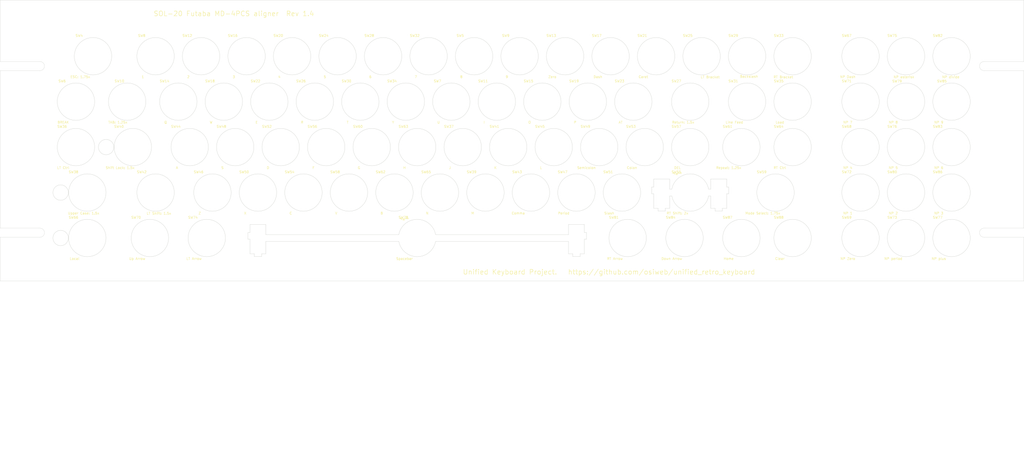
<source format=kicad_pcb>
(kicad_pcb (version 20171130) (host pcbnew "(5.1.5-0-10_14)")

  (general
    (thickness 1.6)
    (drawings 26)
    (tracks 0)
    (zones 0)
    (modules 94)
    (nets 1)
  )

  (page C)
  (title_block
    (title "Unified Retro Keyboard")
    (date 2019-08-25)
    (rev 1.1)
    (company OSIWeb.org)
    (comment 1 "Key aligner - Futaba")
  )

  (layers
    (0 F.Cu signal)
    (31 B.Cu signal)
    (32 B.Adhes user)
    (33 F.Adhes user)
    (34 B.Paste user)
    (35 F.Paste user)
    (36 B.SilkS user)
    (37 F.SilkS user)
    (38 B.Mask user)
    (39 F.Mask user)
    (40 Dwgs.User user)
    (41 Cmts.User user)
    (42 Eco1.User user)
    (43 Eco2.User user)
    (44 Edge.Cuts user)
    (45 Margin user)
    (46 B.CrtYd user)
    (47 F.CrtYd user)
    (48 B.Fab user)
    (49 F.Fab user)
  )

  (setup
    (last_trace_width 0.254)
    (user_trace_width 0.254)
    (user_trace_width 0.508)
    (user_trace_width 1.27)
    (trace_clearance 0.2)
    (zone_clearance 0.508)
    (zone_45_only no)
    (trace_min 0.2)
    (via_size 0.8128)
    (via_drill 0.4064)
    (via_min_size 0.4)
    (via_min_drill 0.3)
    (user_via 1.27 0.7112)
    (uvia_size 0.3048)
    (uvia_drill 0.1016)
    (uvias_allowed no)
    (uvia_min_size 0.2)
    (uvia_min_drill 0.1)
    (edge_width 0.05)
    (segment_width 0.2)
    (pcb_text_width 0.3)
    (pcb_text_size 1.5 1.5)
    (mod_edge_width 0.12)
    (mod_text_size 1 1)
    (mod_text_width 0.15)
    (pad_size 3.81 3.81)
    (pad_drill 3.81)
    (pad_to_mask_clearance 0)
    (aux_axis_origin 61.4172 179.1081)
    (grid_origin 76.835 223.393)
    (visible_elements 7FFFEFFF)
    (pcbplotparams
      (layerselection 0x010fc_ffffffff)
      (usegerberextensions false)
      (usegerberattributes false)
      (usegerberadvancedattributes false)
      (creategerberjobfile false)
      (excludeedgelayer true)
      (linewidth 0.100000)
      (plotframeref false)
      (viasonmask false)
      (mode 1)
      (useauxorigin false)
      (hpglpennumber 1)
      (hpglpenspeed 20)
      (hpglpendiameter 15.000000)
      (psnegative false)
      (psa4output false)
      (plotreference true)
      (plotvalue true)
      (plotinvisibletext false)
      (padsonsilk false)
      (subtractmaskfromsilk false)
      (outputformat 1)
      (mirror false)
      (drillshape 0)
      (scaleselection 1)
      (outputdirectory "outputs"))
  )

  (net 0 "")

  (net_class Default "This is the default net class."
    (clearance 0.2)
    (trace_width 0.254)
    (via_dia 0.8128)
    (via_drill 0.4064)
    (uvia_dia 0.3048)
    (uvia_drill 0.1016)
    (diff_pair_width 0.2032)
    (diff_pair_gap 0.254)
  )

  (net_class power1 ""
    (clearance 0.254)
    (trace_width 1.27)
    (via_dia 1.27)
    (via_drill 0.7112)
    (uvia_dia 0.3048)
    (uvia_drill 0.1016)
    (diff_pair_width 0.2032)
    (diff_pair_gap 0.254)
  )

  (net_class signal ""
    (clearance 0.2032)
    (trace_width 0.254)
    (via_dia 0.8128)
    (via_drill 0.4064)
    (uvia_dia 0.3048)
    (uvia_drill 0.1016)
    (diff_pair_width 0.2032)
    (diff_pair_gap 0.254)
  )

  (module unikbd:Futaba_2u_Cherry_aligner locked (layer F.Cu) (tedit 5E8CDB68) (tstamp 5E12D3B8)
    (at 365.75238 187.74156)
    (path /5BC3E99D/5BC6D0C2)
    (fp_text reference SW55 (at -5.7912 -8.6106) (layer F.SilkS)
      (effects (font (size 1 1) (thickness 0.15)))
    )
    (fp_text value "RT Shift: 2x" (at -5.334 8.6614) (layer F.SilkS)
      (effects (font (size 1 1) (thickness 0.15)))
    )
    (fp_arc (start 0 0) (end -7.697216 1.397) (angle -159.4) (layer Edge.Cuts) (width 0.12))
    (fp_arc (start 0 0) (end 7.697216 -1.397) (angle -159.4) (layer Edge.Cuts) (width 0.12))
    (fp_line (start 7.6962 1.397) (end 8.6106 1.397) (layer Edge.Cuts) (width 0.12))
    (fp_line (start 7.6962 -1.397) (end 8.6106 -1.397) (layer Edge.Cuts) (width 0.12))
    (fp_line (start -8.6106 -1.397) (end -7.6962 -1.397) (layer Edge.Cuts) (width 0.12))
    (fp_line (start -8.6106 1.397) (end -7.6962 1.397) (layer Edge.Cuts) (width 0.12))
    (fp_text user SW** (at -5.334 -7.874) (layer F.SilkS)
      (effects (font (size 1 1) (thickness 0.15)))
    )
    (fp_text user MX_space_aligner (at -0.6096 7.9248) (layer B.Fab)
      (effects (font (size 1 1) (thickness 0.15)))
    )
    (fp_line (start 15.2654 -5.6896) (end 15.2654 -2.286) (layer Edge.Cuts) (width 0.12))
    (fp_line (start 15.2654 -2.286) (end 16.129 -2.286) (layer Edge.Cuts) (width 0.12))
    (fp_line (start 16.129 -2.286) (end 16.129 0.508) (layer Edge.Cuts) (width 0.12))
    (fp_line (start 16.129 0.508) (end 15.2654 0.508) (layer Edge.Cuts) (width 0.12))
    (fp_line (start 15.2654 0.508) (end 15.2654 6.604) (layer Edge.Cuts) (width 0.12))
    (fp_line (start 15.2654 6.604) (end 13.462 6.604) (layer Edge.Cuts) (width 0.12))
    (fp_line (start 13.462 6.604) (end 13.462 7.7724) (layer Edge.Cuts) (width 0.12))
    (fp_line (start 8.6106 -5.6896) (end 15.2654 -5.6896) (layer Edge.Cuts) (width 0.12))
    (fp_line (start 8.6106 -1.397) (end 8.6106 -5.6896) (layer Edge.Cuts) (width 0.12))
    (fp_line (start 13.462 7.7724) (end 10.414 7.7724) (layer Edge.Cuts) (width 0.12))
    (fp_line (start 10.414 7.7724) (end 10.414 6.604) (layer Edge.Cuts) (width 0.12))
    (fp_line (start 10.414 6.604) (end 8.6106 6.604) (layer Edge.Cuts) (width 0.12))
    (fp_line (start 8.6106 6.604) (end 8.6106 1.397) (layer Edge.Cuts) (width 0.12))
    (fp_line (start -8.6106 1.397) (end -8.6106 6.604) (layer Edge.Cuts) (width 0.12))
    (fp_line (start -8.6106 6.604) (end -10.414 6.604) (layer Edge.Cuts) (width 0.12))
    (fp_line (start -10.414 6.604) (end -10.414 7.7724) (layer Edge.Cuts) (width 0.12))
    (fp_line (start -10.414 7.7724) (end -13.462 7.7724) (layer Edge.Cuts) (width 0.12))
    (fp_line (start -13.462 7.7724) (end -13.462 6.604) (layer Edge.Cuts) (width 0.12))
    (fp_line (start -13.462 6.604) (end -15.2654 6.604) (layer Edge.Cuts) (width 0.12))
    (fp_line (start -15.2654 6.604) (end -15.2654 0.508) (layer Edge.Cuts) (width 0.12))
    (fp_line (start -15.2654 0.508) (end -16.129 0.508) (layer Edge.Cuts) (width 0.12))
    (fp_line (start -16.129 0.508) (end -16.129 -2.286) (layer Edge.Cuts) (width 0.12))
    (fp_line (start -16.129 -2.286) (end -15.2654 -2.286) (layer Edge.Cuts) (width 0.12))
    (fp_line (start -15.2654 -2.286) (end -15.2654 -5.6896) (layer Edge.Cuts) (width 0.12))
    (fp_line (start -15.2654 -5.6896) (end -8.6106 -5.6896) (layer Edge.Cuts) (width 0.12))
    (fp_line (start -8.6106 -5.6896) (end -8.6106 -1.397) (layer Edge.Cuts) (width 0.12))
    (pad "" np_thru_hole circle (at 6.985 6.985) (size 1.6256 1.6256) (drill 1.6256) (layers *.Cu *.Mask))
    (pad "" np_thru_hole circle (at 6.985 -6.985) (size 1.6256 1.6256) (drill 1.6256) (layers *.Cu *.Mask))
    (pad "" np_thru_hole circle (at -6.985 6.985) (size 1.6256 1.6256) (drill 1.6256) (layers *.Cu *.Mask))
    (pad "" np_thru_hole circle (at -6.985 -6.985) (size 1.6256 1.6256) (drill 1.6256) (layers *.Cu *.Mask))
  )

  (module unikbd:Futaba_space_Cherry_aligner locked (layer F.Cu) (tedit 5E8CDC7A) (tstamp 5E12D584)
    (at 251.45238 206.79156)
    (path /5E16AC8E/5E135ADC)
    (fp_text reference SW78 (at -5.7912 -8.6106) (layer F.SilkS)
      (effects (font (size 1 1) (thickness 0.15)))
    )
    (fp_text value Spacebar (at -5.334 8.6614) (layer F.SilkS)
      (effects (font (size 1 1) (thickness 0.15)))
    )
    (fp_text user MX_space_aligner (at -0.6096 7.9248) (layer B.Fab)
      (effects (font (size 1 1) (thickness 0.15)))
    )
    (fp_text user SW** (at -5.334 -7.874) (layer F.SilkS)
      (effects (font (size 1 1) (thickness 0.15)))
    )
    (fp_text user Futaba_2u_Cherry_aligner (at 0 -0.5) (layer F.Fab)
      (effects (font (size 1 1) (thickness 0.15)))
    )
    (fp_text user REF** (at 0 0.5) (layer F.SilkS) hide
      (effects (font (size 1 1) (thickness 0.15)))
    )
    (fp_line (start -63.3476 1.397) (end -7.6962 1.397) (layer Edge.Cuts) (width 0.12))
    (fp_line (start -63.3476 -1.397) (end -7.6962 -1.397) (layer Edge.Cuts) (width 0.12))
    (fp_line (start 7.6962 -1.397) (end 63.3476 -1.397) (layer Edge.Cuts) (width 0.12))
    (fp_line (start 7.6962 1.397) (end 63.3476 1.397) (layer Edge.Cuts) (width 0.12))
    (fp_arc (start 0 0) (end 7.697216 -1.397) (angle -159.4) (layer Edge.Cuts) (width 0.12))
    (fp_arc (start 0 0) (end -7.697216 1.397) (angle -159.4) (layer Edge.Cuts) (width 0.12))
    (fp_line (start 63.3476 -1.397) (end 63.3476 -5.6896) (layer Edge.Cuts) (width 0.12))
    (fp_line (start 63.3476 -5.6896) (end 70.0024 -5.6896) (layer Edge.Cuts) (width 0.12))
    (fp_line (start 70.0024 -5.6896) (end 70.0024 -2.286) (layer Edge.Cuts) (width 0.12))
    (fp_line (start 70.0024 -2.286) (end 70.866 -2.286) (layer Edge.Cuts) (width 0.12))
    (fp_line (start 70.866 -2.286) (end 70.866 0.508) (layer Edge.Cuts) (width 0.12))
    (fp_line (start 70.866 0.508) (end 70.0024 0.508) (layer Edge.Cuts) (width 0.12))
    (fp_line (start 70.0024 0.508) (end 70.0024 6.604) (layer Edge.Cuts) (width 0.12))
    (fp_line (start 70.0024 6.604) (end 68.199 6.604) (layer Edge.Cuts) (width 0.12))
    (fp_line (start 68.199 6.604) (end 68.199 7.7724) (layer Edge.Cuts) (width 0.12))
    (fp_line (start 68.199 7.7724) (end 65.151 7.7724) (layer Edge.Cuts) (width 0.12))
    (fp_line (start 65.151 7.7724) (end 65.151 6.604) (layer Edge.Cuts) (width 0.12))
    (fp_line (start 65.151 6.604) (end 63.3476 6.604) (layer Edge.Cuts) (width 0.12))
    (fp_line (start 63.3476 6.604) (end 63.3476 1.397) (layer Edge.Cuts) (width 0.12))
    (fp_line (start -63.3476 1.397) (end -63.3476 6.604) (layer Edge.Cuts) (width 0.12))
    (fp_line (start -63.3476 6.604) (end -65.151 6.604) (layer Edge.Cuts) (width 0.12))
    (fp_line (start -65.151 6.604) (end -65.151 7.7724) (layer Edge.Cuts) (width 0.12))
    (fp_line (start -65.151 7.7724) (end -68.199 7.7724) (layer Edge.Cuts) (width 0.12))
    (fp_line (start -68.199 7.7724) (end -68.199 6.604) (layer Edge.Cuts) (width 0.12))
    (fp_line (start -68.199 6.604) (end -70.0024 6.604) (layer Edge.Cuts) (width 0.12))
    (fp_line (start -70.0024 6.604) (end -70.0024 0.508) (layer Edge.Cuts) (width 0.12))
    (fp_line (start -70.0024 0.508) (end -70.866 0.508) (layer Edge.Cuts) (width 0.12))
    (fp_line (start -70.866 0.508) (end -70.866 -2.286) (layer Edge.Cuts) (width 0.12))
    (fp_line (start -70.866 -2.286) (end -70.0024 -2.286) (layer Edge.Cuts) (width 0.12))
    (fp_line (start -70.0024 -2.286) (end -70.0024 -5.6896) (layer Edge.Cuts) (width 0.12))
    (fp_line (start -70.0024 -5.6896) (end -63.3476 -5.6896) (layer Edge.Cuts) (width 0.12))
    (fp_line (start -63.3476 -5.6896) (end -63.3476 -1.397) (layer Edge.Cuts) (width 0.12))
    (pad "" np_thru_hole circle (at -6.985 6.985) (size 1.6256 1.6256) (drill 1.6256) (layers *.Cu *.Mask))
    (pad "" np_thru_hole circle (at -6.985 -6.985) (size 1.6256 1.6256) (drill 1.6256) (layers *.Cu *.Mask))
    (pad "" np_thru_hole circle (at 6.985 -6.985) (size 1.6256 1.6256) (drill 1.6256) (layers *.Cu *.Mask))
    (pad "" np_thru_hole circle (at 6.985 6.985) (size 1.6256 1.6256) (drill 1.6256) (layers *.Cu *.Mask))
  )

  (module unikbd:Futaba-MD-4PCS-aligner locked (layer F.Cu) (tedit 5DA63068) (tstamp 5E12D408)
    (at 401.47113 187.74156)
    (path /5BC3E99D/5BC6D0C9)
    (fp_text reference SW59 (at -5.7912 -8.6106) (layer F.SilkS)
      (effects (font (size 1 1) (thickness 0.15)))
    )
    (fp_text value "Mode Select: 1.75x" (at -5.334 8.6614) (layer F.SilkS)
      (effects (font (size 1 1) (thickness 0.15)))
    )
    (fp_circle (center 0 0) (end 7.8232 0) (layer Edge.Cuts) (width 0.12))
    (pad "" np_thru_hole circle (at -6.985 -6.985) (size 1.6256 1.6256) (drill 1.6256) (layers *.Cu *.Mask))
    (pad "" np_thru_hole circle (at -6.985 6.985) (size 1.6256 1.6256) (drill 1.6256) (layers *.Cu *.Mask))
    (pad "" np_thru_hole circle (at 6.985 6.985) (size 1.6256 1.6256) (drill 1.6256) (layers *.Cu *.Mask))
    (pad "" np_thru_hole circle (at 6.985 -6.985) (size 1.6256 1.6256) (drill 1.6256) (layers *.Cu *.Mask))
  )

  (module unikbd:Futaba-MD-4PCS-aligner locked (layer F.Cu) (tedit 5DA63068) (tstamp 5E12D458)
    (at 251.45238 168.69156)
    (path /5BC3E99D/5BC3FF70)
    (fp_text reference SW63 (at -5.7912 -8.6106) (layer F.SilkS)
      (effects (font (size 1 1) (thickness 0.15)))
    )
    (fp_text value H (at -5.334 8.6614) (layer F.SilkS)
      (effects (font (size 1 1) (thickness 0.15)))
    )
    (fp_circle (center 0 0) (end 7.8232 0) (layer Edge.Cuts) (width 0.12))
    (pad "" np_thru_hole circle (at -6.985 -6.985) (size 1.6256 1.6256) (drill 1.6256) (layers *.Cu *.Mask))
    (pad "" np_thru_hole circle (at -6.985 6.985) (size 1.6256 1.6256) (drill 1.6256) (layers *.Cu *.Mask))
    (pad "" np_thru_hole circle (at 6.985 6.985) (size 1.6256 1.6256) (drill 1.6256) (layers *.Cu *.Mask))
    (pad "" np_thru_hole circle (at 6.985 -6.985) (size 1.6256 1.6256) (drill 1.6256) (layers *.Cu *.Mask))
  )

  (module unikbd:Futaba-MD-4PCS-aligner locked (layer F.Cu) (tedit 5DA63068) (tstamp 5E12D41C)
    (at 232.40238 168.69156)
    (path /5BC3E99D/5BC3FF77)
    (fp_text reference SW60 (at -5.7912 -8.6106) (layer F.SilkS)
      (effects (font (size 1 1) (thickness 0.15)))
    )
    (fp_text value G (at -5.334 8.6614) (layer F.SilkS)
      (effects (font (size 1 1) (thickness 0.15)))
    )
    (fp_circle (center 0 0) (end 7.8232 0) (layer Edge.Cuts) (width 0.12))
    (pad "" np_thru_hole circle (at -6.985 -6.985) (size 1.6256 1.6256) (drill 1.6256) (layers *.Cu *.Mask))
    (pad "" np_thru_hole circle (at -6.985 6.985) (size 1.6256 1.6256) (drill 1.6256) (layers *.Cu *.Mask))
    (pad "" np_thru_hole circle (at 6.985 6.985) (size 1.6256 1.6256) (drill 1.6256) (layers *.Cu *.Mask))
    (pad "" np_thru_hole circle (at 6.985 -6.985) (size 1.6256 1.6256) (drill 1.6256) (layers *.Cu *.Mask))
  )

  (module unikbd:Futaba-MD-4PCS-aligner locked (layer F.Cu) (tedit 5DA63068) (tstamp 5E12D430)
    (at 387.18363 168.69156)
    (path /5BC3E99D/5BC6CD87)
    (fp_text reference SW61 (at -5.7912 -8.6106) (layer F.SilkS)
      (effects (font (size 1 1) (thickness 0.15)))
    )
    (fp_text value "Repeat: 1.25x" (at -5.334 8.6614) (layer F.SilkS)
      (effects (font (size 1 1) (thickness 0.15)))
    )
    (fp_circle (center 0 0) (end 7.8232 0) (layer Edge.Cuts) (width 0.12))
    (pad "" np_thru_hole circle (at -6.985 -6.985) (size 1.6256 1.6256) (drill 1.6256) (layers *.Cu *.Mask))
    (pad "" np_thru_hole circle (at -6.985 6.985) (size 1.6256 1.6256) (drill 1.6256) (layers *.Cu *.Mask))
    (pad "" np_thru_hole circle (at 6.985 6.985) (size 1.6256 1.6256) (drill 1.6256) (layers *.Cu *.Mask))
    (pad "" np_thru_hole circle (at 6.985 -6.985) (size 1.6256 1.6256) (drill 1.6256) (layers *.Cu *.Mask))
  )

  (module unikbd:Futaba-MD-4PCS-aligner locked (layer F.Cu) (tedit 5DA63068) (tstamp 5E12D3CC)
    (at 213.35238 168.69156)
    (path /5BC3E99D/5BC3FF69)
    (fp_text reference SW56 (at -5.7912 -8.6106) (layer F.SilkS)
      (effects (font (size 1 1) (thickness 0.15)))
    )
    (fp_text value F (at -5.334 8.6614) (layer F.SilkS)
      (effects (font (size 1 1) (thickness 0.15)))
    )
    (fp_circle (center 0 0) (end 7.8232 0) (layer Edge.Cuts) (width 0.12))
    (pad "" np_thru_hole circle (at -6.985 -6.985) (size 1.6256 1.6256) (drill 1.6256) (layers *.Cu *.Mask))
    (pad "" np_thru_hole circle (at -6.985 6.985) (size 1.6256 1.6256) (drill 1.6256) (layers *.Cu *.Mask))
    (pad "" np_thru_hole circle (at 6.985 6.985) (size 1.6256 1.6256) (drill 1.6256) (layers *.Cu *.Mask))
    (pad "" np_thru_hole circle (at 6.985 -6.985) (size 1.6256 1.6256) (drill 1.6256) (layers *.Cu *.Mask))
  )

  (module unikbd:Futaba-MD-4PCS-aligner locked (layer F.Cu) (tedit 5DA63068) (tstamp 5E12D46C)
    (at 408.61488 168.69156)
    (path /5BC3E99D/5BC6CD80)
    (fp_text reference SW64 (at -5.7912 -8.6106) (layer F.SilkS)
      (effects (font (size 1 1) (thickness 0.15)))
    )
    (fp_text value "RT Ctrl" (at -5.334 8.6614) (layer F.SilkS)
      (effects (font (size 1 1) (thickness 0.15)))
    )
    (fp_circle (center 0 0) (end 7.8232 0) (layer Edge.Cuts) (width 0.12))
    (pad "" np_thru_hole circle (at -6.985 -6.985) (size 1.6256 1.6256) (drill 1.6256) (layers *.Cu *.Mask))
    (pad "" np_thru_hole circle (at -6.985 6.985) (size 1.6256 1.6256) (drill 1.6256) (layers *.Cu *.Mask))
    (pad "" np_thru_hole circle (at 6.985 6.985) (size 1.6256 1.6256) (drill 1.6256) (layers *.Cu *.Mask))
    (pad "" np_thru_hole circle (at 6.985 -6.985) (size 1.6256 1.6256) (drill 1.6256) (layers *.Cu *.Mask))
  )

  (module unikbd:Futaba-MD-4PCS-aligner locked (layer F.Cu) (tedit 5DA63068) (tstamp 5E12D250)
    (at 270.50238 168.69156)
    (path /5BC3E99D/5E1BE11F)
    (fp_text reference SW37 (at -5.7912 -8.6106) (layer F.SilkS)
      (effects (font (size 1 1) (thickness 0.15)))
    )
    (fp_text value J (at -5.334 8.6614) (layer F.SilkS)
      (effects (font (size 1 1) (thickness 0.15)))
    )
    (fp_circle (center 0 0) (end 7.8232 0) (layer Edge.Cuts) (width 0.12))
    (pad "" np_thru_hole circle (at -6.985 -6.985) (size 1.6256 1.6256) (drill 1.6256) (layers *.Cu *.Mask))
    (pad "" np_thru_hole circle (at -6.985 6.985) (size 1.6256 1.6256) (drill 1.6256) (layers *.Cu *.Mask))
    (pad "" np_thru_hole circle (at 6.985 6.985) (size 1.6256 1.6256) (drill 1.6256) (layers *.Cu *.Mask))
    (pad "" np_thru_hole circle (at 6.985 -6.985) (size 1.6256 1.6256) (drill 1.6256) (layers *.Cu *.Mask))
  )

  (module unikbd:Futaba-MD-4PCS-aligner locked (layer F.Cu) (tedit 5DA63068) (tstamp 5E12D55C)
    (at 456.11288 168.69156)
    (path /5E16AC8E/5E1BE10C)
    (fp_text reference SW76 (at -5.7912 -8.6106) (layer F.SilkS)
      (effects (font (size 1 1) (thickness 0.15)))
    )
    (fp_text value "NP 5" (at -5.334 8.6614) (layer F.SilkS)
      (effects (font (size 1 1) (thickness 0.15)))
    )
    (fp_circle (center 0 0) (end 7.8232 0) (layer Edge.Cuts) (width 0.12))
    (pad "" np_thru_hole circle (at -6.985 -6.985) (size 1.6256 1.6256) (drill 1.6256) (layers *.Cu *.Mask))
    (pad "" np_thru_hole circle (at -6.985 6.985) (size 1.6256 1.6256) (drill 1.6256) (layers *.Cu *.Mask))
    (pad "" np_thru_hole circle (at 6.985 6.985) (size 1.6256 1.6256) (drill 1.6256) (layers *.Cu *.Mask))
    (pad "" np_thru_hole circle (at 6.985 -6.985) (size 1.6256 1.6256) (drill 1.6256) (layers *.Cu *.Mask))
  )

  (module unikbd:Futaba-MD-4PCS-aligner locked (layer F.Cu) (tedit 5DA63068) (tstamp 5E12D28C)
    (at 132.38988 168.69156)
    (path /5BC3E99D/5BC3FD26)
    (fp_text reference SW40 (at -5.7912 -8.6106) (layer F.SilkS)
      (effects (font (size 1 1) (thickness 0.15)))
    )
    (fp_text value "Shift Lock: 1.5x" (at -5.334 8.6614) (layer F.SilkS)
      (effects (font (size 1 1) (thickness 0.15)))
    )
    (fp_circle (center 0 0) (end 7.8232 0) (layer Edge.Cuts) (width 0.12))
    (pad "" np_thru_hole circle (at -6.985 -6.985) (size 1.6256 1.6256) (drill 1.6256) (layers *.Cu *.Mask))
    (pad "" np_thru_hole circle (at -6.985 6.985) (size 1.6256 1.6256) (drill 1.6256) (layers *.Cu *.Mask))
    (pad "" np_thru_hole circle (at 6.985 6.985) (size 1.6256 1.6256) (drill 1.6256) (layers *.Cu *.Mask))
    (pad "" np_thru_hole circle (at 6.985 -6.985) (size 1.6256 1.6256) (drill 1.6256) (layers *.Cu *.Mask))
  )

  (module unikbd:Futaba-MD-4PCS-aligner locked (layer F.Cu) (tedit 5DA63068) (tstamp 5E12D2A0)
    (at 289.55238 168.69156)
    (path /5BC3E99D/5BC6CD5D)
    (fp_text reference SW41 (at -5.7912 -8.6106) (layer F.SilkS)
      (effects (font (size 1 1) (thickness 0.15)))
    )
    (fp_text value K (at -5.334 8.6614) (layer F.SilkS)
      (effects (font (size 1 1) (thickness 0.15)))
    )
    (fp_circle (center 0 0) (end 7.8232 0) (layer Edge.Cuts) (width 0.12))
    (pad "" np_thru_hole circle (at -6.985 -6.985) (size 1.6256 1.6256) (drill 1.6256) (layers *.Cu *.Mask))
    (pad "" np_thru_hole circle (at -6.985 6.985) (size 1.6256 1.6256) (drill 1.6256) (layers *.Cu *.Mask))
    (pad "" np_thru_hole circle (at 6.985 6.985) (size 1.6256 1.6256) (drill 1.6256) (layers *.Cu *.Mask))
    (pad "" np_thru_hole circle (at 6.985 -6.985) (size 1.6256 1.6256) (drill 1.6256) (layers *.Cu *.Mask))
  )

  (module unikbd:Futaba-MD-4PCS-aligner locked (layer F.Cu) (tedit 5DA63068) (tstamp 5E12D2DC)
    (at 156.20238 168.69156)
    (path /5BC3E99D/5BC3FE57)
    (fp_text reference SW44 (at -5.7912 -8.6106) (layer F.SilkS)
      (effects (font (size 1 1) (thickness 0.15)))
    )
    (fp_text value A (at -5.334 8.6614) (layer F.SilkS)
      (effects (font (size 1 1) (thickness 0.15)))
    )
    (fp_circle (center 0 0) (end 7.8232 0) (layer Edge.Cuts) (width 0.12))
    (pad "" np_thru_hole circle (at -6.985 -6.985) (size 1.6256 1.6256) (drill 1.6256) (layers *.Cu *.Mask))
    (pad "" np_thru_hole circle (at -6.985 6.985) (size 1.6256 1.6256) (drill 1.6256) (layers *.Cu *.Mask))
    (pad "" np_thru_hole circle (at 6.985 6.985) (size 1.6256 1.6256) (drill 1.6256) (layers *.Cu *.Mask))
    (pad "" np_thru_hole circle (at 6.985 -6.985) (size 1.6256 1.6256) (drill 1.6256) (layers *.Cu *.Mask))
  )

  (module unikbd:Futaba-MD-4PCS-aligner locked (layer F.Cu) (tedit 5DA63068) (tstamp 5E12D2F0)
    (at 308.60238 168.69156)
    (path /5BC3E99D/5BC6CD6B)
    (fp_text reference SW45 (at -5.7912 -8.6106) (layer F.SilkS)
      (effects (font (size 1 1) (thickness 0.15)))
    )
    (fp_text value L (at -5.334 8.6614) (layer F.SilkS)
      (effects (font (size 1 1) (thickness 0.15)))
    )
    (fp_circle (center 0 0) (end 7.8232 0) (layer Edge.Cuts) (width 0.12))
    (pad "" np_thru_hole circle (at -6.985 -6.985) (size 1.6256 1.6256) (drill 1.6256) (layers *.Cu *.Mask))
    (pad "" np_thru_hole circle (at -6.985 6.985) (size 1.6256 1.6256) (drill 1.6256) (layers *.Cu *.Mask))
    (pad "" np_thru_hole circle (at 6.985 6.985) (size 1.6256 1.6256) (drill 1.6256) (layers *.Cu *.Mask))
    (pad "" np_thru_hole circle (at 6.985 -6.985) (size 1.6256 1.6256) (drill 1.6256) (layers *.Cu *.Mask))
  )

  (module unikbd:Futaba-MD-4PCS-aligner locked (layer F.Cu) (tedit 5DA63068) (tstamp 5E12D32C)
    (at 175.25238 168.69156)
    (path /5BC3E99D/5E1BE11D)
    (fp_text reference SW48 (at -5.7912 -8.6106) (layer F.SilkS)
      (effects (font (size 1 1) (thickness 0.15)))
    )
    (fp_text value S (at -5.334 8.6614) (layer F.SilkS)
      (effects (font (size 1 1) (thickness 0.15)))
    )
    (fp_circle (center 0 0) (end 7.8232 0) (layer Edge.Cuts) (width 0.12))
    (pad "" np_thru_hole circle (at -6.985 -6.985) (size 1.6256 1.6256) (drill 1.6256) (layers *.Cu *.Mask))
    (pad "" np_thru_hole circle (at -6.985 6.985) (size 1.6256 1.6256) (drill 1.6256) (layers *.Cu *.Mask))
    (pad "" np_thru_hole circle (at 6.985 6.985) (size 1.6256 1.6256) (drill 1.6256) (layers *.Cu *.Mask))
    (pad "" np_thru_hole circle (at 6.985 -6.985) (size 1.6256 1.6256) (drill 1.6256) (layers *.Cu *.Mask))
  )

  (module unikbd:Futaba-MD-4PCS-aligner locked (layer F.Cu) (tedit 5DA63068) (tstamp 5E12D340)
    (at 327.65238 168.69156)
    (path /5BC3E99D/5BC6CD64)
    (fp_text reference SW49 (at -5.7912 -8.6106) (layer F.SilkS)
      (effects (font (size 1 1) (thickness 0.15)))
    )
    (fp_text value Semicolon (at -5.334 8.6614) (layer F.SilkS)
      (effects (font (size 1 1) (thickness 0.15)))
    )
    (fp_circle (center 0 0) (end 7.8232 0) (layer Edge.Cuts) (width 0.12))
    (pad "" np_thru_hole circle (at -6.985 -6.985) (size 1.6256 1.6256) (drill 1.6256) (layers *.Cu *.Mask))
    (pad "" np_thru_hole circle (at -6.985 6.985) (size 1.6256 1.6256) (drill 1.6256) (layers *.Cu *.Mask))
    (pad "" np_thru_hole circle (at 6.985 6.985) (size 1.6256 1.6256) (drill 1.6256) (layers *.Cu *.Mask))
    (pad "" np_thru_hole circle (at 6.985 -6.985) (size 1.6256 1.6256) (drill 1.6256) (layers *.Cu *.Mask))
  )

  (module unikbd:Futaba-MD-4PCS-aligner locked (layer F.Cu) (tedit 5DA63068) (tstamp 5E12D37C)
    (at 194.30238 168.69156)
    (path /5BC3E99D/5E0AC938)
    (fp_text reference SW52 (at -5.7912 -8.6106) (layer F.SilkS)
      (effects (font (size 1 1) (thickness 0.15)))
    )
    (fp_text value D (at -5.334 8.6614) (layer F.SilkS)
      (effects (font (size 1 1) (thickness 0.15)))
    )
    (fp_circle (center 0 0) (end 7.8232 0) (layer Edge.Cuts) (width 0.12))
    (pad "" np_thru_hole circle (at -6.985 -6.985) (size 1.6256 1.6256) (drill 1.6256) (layers *.Cu *.Mask))
    (pad "" np_thru_hole circle (at -6.985 6.985) (size 1.6256 1.6256) (drill 1.6256) (layers *.Cu *.Mask))
    (pad "" np_thru_hole circle (at 6.985 6.985) (size 1.6256 1.6256) (drill 1.6256) (layers *.Cu *.Mask))
    (pad "" np_thru_hole circle (at 6.985 -6.985) (size 1.6256 1.6256) (drill 1.6256) (layers *.Cu *.Mask))
  )

  (module unikbd:Futaba-MD-4PCS-aligner locked (layer F.Cu) (tedit 5DA63068) (tstamp 5E12D390)
    (at 346.70238 168.69156)
    (path /5BC3E99D/5BC6CD72)
    (fp_text reference SW53 (at -5.7912 -8.6106) (layer F.SilkS)
      (effects (font (size 1 1) (thickness 0.15)))
    )
    (fp_text value Colon (at -5.334 8.6614) (layer F.SilkS)
      (effects (font (size 1 1) (thickness 0.15)))
    )
    (fp_circle (center 0 0) (end 7.8232 0) (layer Edge.Cuts) (width 0.12))
    (pad "" np_thru_hole circle (at -6.985 -6.985) (size 1.6256 1.6256) (drill 1.6256) (layers *.Cu *.Mask))
    (pad "" np_thru_hole circle (at -6.985 6.985) (size 1.6256 1.6256) (drill 1.6256) (layers *.Cu *.Mask))
    (pad "" np_thru_hole circle (at 6.985 6.985) (size 1.6256 1.6256) (drill 1.6256) (layers *.Cu *.Mask))
    (pad "" np_thru_hole circle (at 6.985 -6.985) (size 1.6256 1.6256) (drill 1.6256) (layers *.Cu *.Mask))
  )

  (module unikbd:Futaba-MD-4PCS-aligner locked (layer F.Cu) (tedit 5DA63068) (tstamp 5E12D4BC)
    (at 437.06288 168.69156)
    (path /5E16AC8E/5E1BE109)
    (fp_text reference SW68 (at -5.7912 -8.6106) (layer F.SilkS)
      (effects (font (size 1 1) (thickness 0.15)))
    )
    (fp_text value "NP 4" (at -5.334 8.6614) (layer F.SilkS)
      (effects (font (size 1 1) (thickness 0.15)))
    )
    (fp_circle (center 0 0) (end 7.8232 0) (layer Edge.Cuts) (width 0.12))
    (pad "" np_thru_hole circle (at -6.985 -6.985) (size 1.6256 1.6256) (drill 1.6256) (layers *.Cu *.Mask))
    (pad "" np_thru_hole circle (at -6.985 6.985) (size 1.6256 1.6256) (drill 1.6256) (layers *.Cu *.Mask))
    (pad "" np_thru_hole circle (at 6.985 6.985) (size 1.6256 1.6256) (drill 1.6256) (layers *.Cu *.Mask))
    (pad "" np_thru_hole circle (at 6.985 -6.985) (size 1.6256 1.6256) (drill 1.6256) (layers *.Cu *.Mask))
  )

  (module unikbd:Futaba-MD-4PCS-aligner locked (layer F.Cu) (tedit 5DA63068) (tstamp 5E12D5E8)
    (at 475.16288 168.69156)
    (path /5E16AC8E/5E1BE10D)
    (fp_text reference SW83 (at -5.7912 -8.6106) (layer F.SilkS)
      (effects (font (size 1 1) (thickness 0.15)))
    )
    (fp_text value "NP 6" (at -5.334 8.6614) (layer F.SilkS)
      (effects (font (size 1 1) (thickness 0.15)))
    )
    (fp_circle (center 0 0) (end 7.8232 0) (layer Edge.Cuts) (width 0.12))
    (pad "" np_thru_hole circle (at -6.985 -6.985) (size 1.6256 1.6256) (drill 1.6256) (layers *.Cu *.Mask))
    (pad "" np_thru_hole circle (at -6.985 6.985) (size 1.6256 1.6256) (drill 1.6256) (layers *.Cu *.Mask))
    (pad "" np_thru_hole circle (at 6.985 6.985) (size 1.6256 1.6256) (drill 1.6256) (layers *.Cu *.Mask))
    (pad "" np_thru_hole circle (at 6.985 -6.985) (size 1.6256 1.6256) (drill 1.6256) (layers *.Cu *.Mask))
  )

  (module unikbd:Futaba-MD-4PCS-aligner locked (layer F.Cu) (tedit 5DA63068) (tstamp 5E12D3E0)
    (at 365.75238 168.69156)
    (path /5BC3E99D/5BC6CD79)
    (fp_text reference SW57 (at -5.7912 -8.6106) (layer F.SilkS)
      (effects (font (size 1 1) (thickness 0.15)))
    )
    (fp_text value DEL (at -5.334 8.6614) (layer F.SilkS)
      (effects (font (size 1 1) (thickness 0.15)))
    )
    (fp_circle (center 0 0) (end 7.8232 0) (layer Edge.Cuts) (width 0.12))
    (pad "" np_thru_hole circle (at -6.985 -6.985) (size 1.6256 1.6256) (drill 1.6256) (layers *.Cu *.Mask))
    (pad "" np_thru_hole circle (at -6.985 6.985) (size 1.6256 1.6256) (drill 1.6256) (layers *.Cu *.Mask))
    (pad "" np_thru_hole circle (at 6.985 6.985) (size 1.6256 1.6256) (drill 1.6256) (layers *.Cu *.Mask))
    (pad "" np_thru_hole circle (at 6.985 -6.985) (size 1.6256 1.6256) (drill 1.6256) (layers *.Cu *.Mask))
  )

  (module unikbd:Futaba-MD-4PCS-aligner locked (layer F.Cu) (tedit 5DA63068) (tstamp 5E12D3A4)
    (at 203.82738 187.74156)
    (path /5BC3E99D/5BC6CEF2)
    (fp_text reference SW54 (at -5.7912 -8.6106) (layer F.SilkS)
      (effects (font (size 1 1) (thickness 0.15)))
    )
    (fp_text value C (at -5.334 8.6614) (layer F.SilkS)
      (effects (font (size 1 1) (thickness 0.15)))
    )
    (fp_circle (center 0 0) (end 7.8232 0) (layer Edge.Cuts) (width 0.12))
    (pad "" np_thru_hole circle (at -6.985 -6.985) (size 1.6256 1.6256) (drill 1.6256) (layers *.Cu *.Mask))
    (pad "" np_thru_hole circle (at -6.985 6.985) (size 1.6256 1.6256) (drill 1.6256) (layers *.Cu *.Mask))
    (pad "" np_thru_hole circle (at 6.985 6.985) (size 1.6256 1.6256) (drill 1.6256) (layers *.Cu *.Mask))
    (pad "" np_thru_hole circle (at 6.985 -6.985) (size 1.6256 1.6256) (drill 1.6256) (layers *.Cu *.Mask))
  )

  (module unikbd:Futaba-MD-4PCS-aligner locked (layer F.Cu) (tedit 5DA63068) (tstamp 5E6EC726)
    (at 163.34613 206.79156)
    (path /5E16AC8E/5E1BE0F6)
    (fp_text reference SW74 (at -5.7912 -8.6106) (layer F.SilkS)
      (effects (font (size 1 1) (thickness 0.15)))
    )
    (fp_text value "LT Arrow" (at -5.334 8.6614) (layer F.SilkS)
      (effects (font (size 1 1) (thickness 0.15)))
    )
    (fp_circle (center 0 0) (end 7.8232 0) (layer Edge.Cuts) (width 0.12))
    (pad "" np_thru_hole circle (at -6.985 -6.985) (size 1.6256 1.6256) (drill 1.6256) (layers *.Cu *.Mask))
    (pad "" np_thru_hole circle (at -6.985 6.985) (size 1.6256 1.6256) (drill 1.6256) (layers *.Cu *.Mask))
    (pad "" np_thru_hole circle (at 6.985 6.985) (size 1.6256 1.6256) (drill 1.6256) (layers *.Cu *.Mask))
    (pad "" np_thru_hole circle (at 6.985 -6.985) (size 1.6256 1.6256) (drill 1.6256) (layers *.Cu *.Mask))
  )

  (module unikbd:Futaba-MD-4PCS-aligner locked (layer F.Cu) (tedit 5DA63068) (tstamp 5E120789)
    (at 475.16288 149.64156)
    (path /5E16AC8E/5E1BE103)
    (fp_text reference SW85 (at -4.03098 -8.56996) (layer F.SilkS)
      (effects (font (size 1 1) (thickness 0.15)))
    )
    (fp_text value "NP 9" (at -5.334 8.6614) (layer F.SilkS)
      (effects (font (size 1 1) (thickness 0.15)))
    )
    (fp_circle (center 0 0) (end 7.8232 0) (layer Edge.Cuts) (width 0.12))
    (pad "" np_thru_hole circle (at -6.985 -6.985) (size 1.6256 1.6256) (drill 1.6256) (layers *.Cu *.Mask))
    (pad "" np_thru_hole circle (at -6.985 6.985) (size 1.6256 1.6256) (drill 1.6256) (layers *.Cu *.Mask))
    (pad "" np_thru_hole circle (at 6.985 6.985) (size 1.6256 1.6256) (drill 1.6256) (layers *.Cu *.Mask))
    (pad "" np_thru_hole circle (at 6.985 -6.985) (size 1.6256 1.6256) (drill 1.6256) (layers *.Cu *.Mask))
  )

  (module unikbd:Futaba-MD-4PCS-aligner locked (layer F.Cu) (tedit 5DA63068) (tstamp 5E12D1C4)
    (at 227.63988 149.64156)
    (path /5BC3EA0A/5BCAF420)
    (fp_text reference SW30 (at -5.7912 -8.6106) (layer F.SilkS)
      (effects (font (size 1 1) (thickness 0.15)))
    )
    (fp_text value T (at -5.334 8.6614) (layer F.SilkS)
      (effects (font (size 1 1) (thickness 0.15)))
    )
    (fp_circle (center 0 0) (end 7.8232 0) (layer Edge.Cuts) (width 0.12))
    (pad "" np_thru_hole circle (at -6.985 -6.985) (size 1.6256 1.6256) (drill 1.6256) (layers *.Cu *.Mask))
    (pad "" np_thru_hole circle (at -6.985 6.985) (size 1.6256 1.6256) (drill 1.6256) (layers *.Cu *.Mask))
    (pad "" np_thru_hole circle (at 6.985 6.985) (size 1.6256 1.6256) (drill 1.6256) (layers *.Cu *.Mask))
    (pad "" np_thru_hole circle (at 6.985 -6.985) (size 1.6256 1.6256) (drill 1.6256) (layers *.Cu *.Mask))
  )

  (module unikbd:Futaba-MD-4PCS-aligner locked (layer F.Cu) (tedit 5DA63068) (tstamp 5E12D64C)
    (at 408.61488 206.79156)
    (path /5E16AC8E/5E1BE0F8)
    (fp_text reference SW88 (at -5.7912 -8.6106) (layer F.SilkS)
      (effects (font (size 1 1) (thickness 0.15)))
    )
    (fp_text value Clear (at -5.334 8.6614) (layer F.SilkS)
      (effects (font (size 1 1) (thickness 0.15)))
    )
    (fp_circle (center 0 0) (end 7.8232 0) (layer Edge.Cuts) (width 0.12))
    (pad "" np_thru_hole circle (at -6.985 -6.985) (size 1.6256 1.6256) (drill 1.6256) (layers *.Cu *.Mask))
    (pad "" np_thru_hole circle (at -6.985 6.985) (size 1.6256 1.6256) (drill 1.6256) (layers *.Cu *.Mask))
    (pad "" np_thru_hole circle (at 6.985 6.985) (size 1.6256 1.6256) (drill 1.6256) (layers *.Cu *.Mask))
    (pad "" np_thru_hole circle (at 6.985 -6.985) (size 1.6256 1.6256) (drill 1.6256) (layers *.Cu *.Mask))
  )

  (module unikbd:Futaba-MD-4PCS-aligner locked (layer F.Cu) (tedit 5DA63068) (tstamp 5E12D638)
    (at 387.18363 206.79156)
    (path /5E16AC8E/5E1BE0F9)
    (fp_text reference SW87 (at -5.7912 -8.6106) (layer F.SilkS)
      (effects (font (size 1 1) (thickness 0.15)))
    )
    (fp_text value Home (at -5.334 8.6614) (layer F.SilkS)
      (effects (font (size 1 1) (thickness 0.15)))
    )
    (fp_circle (center 0 0) (end 7.8232 0) (layer Edge.Cuts) (width 0.12))
    (pad "" np_thru_hole circle (at -6.985 -6.985) (size 1.6256 1.6256) (drill 1.6256) (layers *.Cu *.Mask))
    (pad "" np_thru_hole circle (at -6.985 6.985) (size 1.6256 1.6256) (drill 1.6256) (layers *.Cu *.Mask))
    (pad "" np_thru_hole circle (at 6.985 6.985) (size 1.6256 1.6256) (drill 1.6256) (layers *.Cu *.Mask))
    (pad "" np_thru_hole circle (at 6.985 -6.985) (size 1.6256 1.6256) (drill 1.6256) (layers *.Cu *.Mask))
  )

  (module unikbd:Futaba-MD-4PCS-aligner locked (layer F.Cu) (tedit 5DA63068) (tstamp 5E12D624)
    (at 475.16288 187.74156)
    (path /5E16AC8E/5E1BE10E)
    (fp_text reference SW86 (at -5.7912 -8.6106) (layer F.SilkS)
      (effects (font (size 1 1) (thickness 0.15)))
    )
    (fp_text value "NP 3" (at -5.334 8.6614) (layer F.SilkS)
      (effects (font (size 1 1) (thickness 0.15)))
    )
    (fp_circle (center 0 0) (end 7.8232 0) (layer Edge.Cuts) (width 0.12))
    (pad "" np_thru_hole circle (at -6.985 -6.985) (size 1.6256 1.6256) (drill 1.6256) (layers *.Cu *.Mask))
    (pad "" np_thru_hole circle (at -6.985 6.985) (size 1.6256 1.6256) (drill 1.6256) (layers *.Cu *.Mask))
    (pad "" np_thru_hole circle (at 6.985 6.985) (size 1.6256 1.6256) (drill 1.6256) (layers *.Cu *.Mask))
    (pad "" np_thru_hole circle (at 6.985 -6.985) (size 1.6256 1.6256) (drill 1.6256) (layers *.Cu *.Mask))
  )

  (module unikbd:Futaba-MD-4PCS-aligner locked (layer F.Cu) (tedit 5DA63068) (tstamp 5E12D5FC)
    (at 363.37113 206.79156)
    (path /5E16AC8E/5E1BE0F7)
    (fp_text reference SW84 (at -5.7912 -8.6106) (layer F.SilkS)
      (effects (font (size 1 1) (thickness 0.15)))
    )
    (fp_text value "Down Arrow" (at -5.334 8.6614) (layer F.SilkS)
      (effects (font (size 1 1) (thickness 0.15)))
    )
    (fp_circle (center 0 0) (end 7.8232 0) (layer Edge.Cuts) (width 0.12))
    (pad "" np_thru_hole circle (at -6.985 -6.985) (size 1.6256 1.6256) (drill 1.6256) (layers *.Cu *.Mask))
    (pad "" np_thru_hole circle (at -6.985 6.985) (size 1.6256 1.6256) (drill 1.6256) (layers *.Cu *.Mask))
    (pad "" np_thru_hole circle (at 6.985 6.985) (size 1.6256 1.6256) (drill 1.6256) (layers *.Cu *.Mask))
    (pad "" np_thru_hole circle (at 6.985 -6.985) (size 1.6256 1.6256) (drill 1.6256) (layers *.Cu *.Mask))
  )

  (module unikbd:Futaba-MD-4PCS-aligner locked (layer F.Cu) (tedit 5DA63068) (tstamp 5E12D5D4)
    (at 475.16288 130.59156)
    (path /5E16AC8E/5E1BE102)
    (fp_text reference SW82 (at -5.7912 -8.6106) (layer F.SilkS)
      (effects (font (size 1 1) (thickness 0.15)))
    )
    (fp_text value "NP divide" (at -0.29718 8.72744) (layer F.SilkS)
      (effects (font (size 1 1) (thickness 0.15)))
    )
    (fp_circle (center 0 0) (end 7.8232 0) (layer Edge.Cuts) (width 0.12))
    (pad "" np_thru_hole circle (at -6.985 -6.985) (size 1.6256 1.6256) (drill 1.6256) (layers *.Cu *.Mask))
    (pad "" np_thru_hole circle (at -6.985 6.985) (size 1.6256 1.6256) (drill 1.6256) (layers *.Cu *.Mask))
    (pad "" np_thru_hole circle (at 6.985 6.985) (size 1.6256 1.6256) (drill 1.6256) (layers *.Cu *.Mask))
    (pad "" np_thru_hole circle (at 6.985 -6.985) (size 1.6256 1.6256) (drill 1.6256) (layers *.Cu *.Mask))
  )

  (module unikbd:Futaba-MD-4PCS-aligner locked (layer F.Cu) (tedit 5DA63068) (tstamp 5E10B4C4)
    (at 339.55863 206.79156)
    (path /5E16AC8E/5E1BE119)
    (fp_text reference SW81 (at -5.7912 -8.6106) (layer F.SilkS)
      (effects (font (size 1 1) (thickness 0.15)))
    )
    (fp_text value "RT Arrow" (at -5.334 8.6614) (layer F.SilkS)
      (effects (font (size 1 1) (thickness 0.15)))
    )
    (fp_circle (center 0 0) (end 7.8232 0) (layer Edge.Cuts) (width 0.12))
    (pad "" np_thru_hole circle (at -6.985 -6.985) (size 1.6256 1.6256) (drill 1.6256) (layers *.Cu *.Mask))
    (pad "" np_thru_hole circle (at -6.985 6.985) (size 1.6256 1.6256) (drill 1.6256) (layers *.Cu *.Mask))
    (pad "" np_thru_hole circle (at 6.985 6.985) (size 1.6256 1.6256) (drill 1.6256) (layers *.Cu *.Mask))
    (pad "" np_thru_hole circle (at 6.985 -6.985) (size 1.6256 1.6256) (drill 1.6256) (layers *.Cu *.Mask))
  )

  (module unikbd:Futaba-MD-4PCS-aligner locked (layer F.Cu) (tedit 5DA63068) (tstamp 5E12D5AC)
    (at 456.11288 187.74156)
    (path /5E16AC8E/5E1BE10B)
    (fp_text reference SW80 (at -5.7912 -8.6106) (layer F.SilkS)
      (effects (font (size 1 1) (thickness 0.15)))
    )
    (fp_text value "NP 2" (at -5.334 8.6614) (layer F.SilkS)
      (effects (font (size 1 1) (thickness 0.15)))
    )
    (fp_circle (center 0 0) (end 7.8232 0) (layer Edge.Cuts) (width 0.12))
    (pad "" np_thru_hole circle (at -6.985 -6.985) (size 1.6256 1.6256) (drill 1.6256) (layers *.Cu *.Mask))
    (pad "" np_thru_hole circle (at -6.985 6.985) (size 1.6256 1.6256) (drill 1.6256) (layers *.Cu *.Mask))
    (pad "" np_thru_hole circle (at 6.985 6.985) (size 1.6256 1.6256) (drill 1.6256) (layers *.Cu *.Mask))
    (pad "" np_thru_hole circle (at 6.985 -6.985) (size 1.6256 1.6256) (drill 1.6256) (layers *.Cu *.Mask))
  )

  (module unikbd:Futaba-MD-4PCS-aligner locked (layer F.Cu) (tedit 5DA63068) (tstamp 5E12D598)
    (at 456.11288 149.64156)
    (path /5E16AC8E/5E1BE100)
    (fp_text reference SW79 (at -3.75158 -8.56996) (layer F.SilkS)
      (effects (font (size 1 1) (thickness 0.15)))
    )
    (fp_text value "NP 8" (at -5.334 8.6614) (layer F.SilkS)
      (effects (font (size 1 1) (thickness 0.15)))
    )
    (fp_circle (center 0 0) (end 7.8232 0) (layer Edge.Cuts) (width 0.12))
    (pad "" np_thru_hole circle (at -6.985 -6.985) (size 1.6256 1.6256) (drill 1.6256) (layers *.Cu *.Mask))
    (pad "" np_thru_hole circle (at -6.985 6.985) (size 1.6256 1.6256) (drill 1.6256) (layers *.Cu *.Mask))
    (pad "" np_thru_hole circle (at 6.985 6.985) (size 1.6256 1.6256) (drill 1.6256) (layers *.Cu *.Mask))
    (pad "" np_thru_hole circle (at 6.985 -6.985) (size 1.6256 1.6256) (drill 1.6256) (layers *.Cu *.Mask))
  )

  (module unikbd:Futaba-MD-4PCS-aligner locked (layer F.Cu) (tedit 5DA63068) (tstamp 5E12D570)
    (at 475.16288 206.79156)
    (path /5E16AC8E/5E1BE116)
    (fp_text reference SW77 (at -5.7912 -8.6106) (layer F.SilkS)
      (effects (font (size 1 1) (thickness 0.15)))
    )
    (fp_text value "NP plus" (at -5.334 8.6614) (layer F.SilkS)
      (effects (font (size 1 1) (thickness 0.15)))
    )
    (fp_circle (center 0 0) (end 7.8232 0) (layer Edge.Cuts) (width 0.12))
    (pad "" np_thru_hole circle (at -6.985 -6.985) (size 1.6256 1.6256) (drill 1.6256) (layers *.Cu *.Mask))
    (pad "" np_thru_hole circle (at -6.985 6.985) (size 1.6256 1.6256) (drill 1.6256) (layers *.Cu *.Mask))
    (pad "" np_thru_hole circle (at 6.985 6.985) (size 1.6256 1.6256) (drill 1.6256) (layers *.Cu *.Mask))
    (pad "" np_thru_hole circle (at 6.985 -6.985) (size 1.6256 1.6256) (drill 1.6256) (layers *.Cu *.Mask))
  )

  (module unikbd:Futaba-MD-4PCS-aligner locked (layer F.Cu) (tedit 5DA63068) (tstamp 5E114E20)
    (at 456.11288 130.59156)
    (path /5E16AC8E/5E1BE101)
    (fp_text reference SW75 (at -5.7912 -8.6106) (layer F.SilkS)
      (effects (font (size 1 1) (thickness 0.15)))
    )
    (fp_text value "NP asterisk" (at -0.88138 8.72744) (layer F.SilkS)
      (effects (font (size 1 1) (thickness 0.15)))
    )
    (fp_circle (center 0 0) (end 7.8232 0) (layer Edge.Cuts) (width 0.12))
    (pad "" np_thru_hole circle (at -6.985 -6.985) (size 1.6256 1.6256) (drill 1.6256) (layers *.Cu *.Mask))
    (pad "" np_thru_hole circle (at -6.985 6.985) (size 1.6256 1.6256) (drill 1.6256) (layers *.Cu *.Mask))
    (pad "" np_thru_hole circle (at 6.985 6.985) (size 1.6256 1.6256) (drill 1.6256) (layers *.Cu *.Mask))
    (pad "" np_thru_hole circle (at 6.985 -6.985) (size 1.6256 1.6256) (drill 1.6256) (layers *.Cu *.Mask))
  )

  (module unikbd:Futaba-MD-4PCS-aligner locked (layer F.Cu) (tedit 5DA63068) (tstamp 5E12D520)
    (at 456.11288 206.79156)
    (path /5E16AC8E/5BC6D0AD)
    (fp_text reference SW73 (at -5.7912 -8.6106) (layer F.SilkS)
      (effects (font (size 1 1) (thickness 0.15)))
    )
    (fp_text value "NP period" (at -5.334 8.6614) (layer F.SilkS)
      (effects (font (size 1 1) (thickness 0.15)))
    )
    (fp_circle (center 0 0) (end 7.8232 0) (layer Edge.Cuts) (width 0.12))
    (pad "" np_thru_hole circle (at -6.985 -6.985) (size 1.6256 1.6256) (drill 1.6256) (layers *.Cu *.Mask))
    (pad "" np_thru_hole circle (at -6.985 6.985) (size 1.6256 1.6256) (drill 1.6256) (layers *.Cu *.Mask))
    (pad "" np_thru_hole circle (at 6.985 6.985) (size 1.6256 1.6256) (drill 1.6256) (layers *.Cu *.Mask))
    (pad "" np_thru_hole circle (at 6.985 -6.985) (size 1.6256 1.6256) (drill 1.6256) (layers *.Cu *.Mask))
  )

  (module unikbd:Futaba-MD-4PCS-aligner locked (layer F.Cu) (tedit 5DA63068) (tstamp 5E12D50C)
    (at 437.06288 187.74156)
    (path /5E16AC8E/5E1BE10A)
    (fp_text reference SW72 (at -5.7912 -8.6106) (layer F.SilkS)
      (effects (font (size 1 1) (thickness 0.15)))
    )
    (fp_text value "NP 1" (at -5.334 8.6614) (layer F.SilkS)
      (effects (font (size 1 1) (thickness 0.15)))
    )
    (fp_circle (center 0 0) (end 7.8232 0) (layer Edge.Cuts) (width 0.12))
    (pad "" np_thru_hole circle (at -6.985 -6.985) (size 1.6256 1.6256) (drill 1.6256) (layers *.Cu *.Mask))
    (pad "" np_thru_hole circle (at -6.985 6.985) (size 1.6256 1.6256) (drill 1.6256) (layers *.Cu *.Mask))
    (pad "" np_thru_hole circle (at 6.985 6.985) (size 1.6256 1.6256) (drill 1.6256) (layers *.Cu *.Mask))
    (pad "" np_thru_hole circle (at 6.985 -6.985) (size 1.6256 1.6256) (drill 1.6256) (layers *.Cu *.Mask))
  )

  (module unikbd:Futaba-MD-4PCS-aligner locked (layer F.Cu) (tedit 5DA63068) (tstamp 5E12D4F8)
    (at 437.06288 149.64156)
    (path /5E16AC8E/5E1BE0FF)
    (fp_text reference SW71 (at -5.7912 -8.6106) (layer F.SilkS)
      (effects (font (size 1 1) (thickness 0.15)))
    )
    (fp_text value "NP 7" (at -5.334 8.6614) (layer F.SilkS)
      (effects (font (size 1 1) (thickness 0.15)))
    )
    (fp_circle (center 0 0) (end 7.8232 0) (layer Edge.Cuts) (width 0.12))
    (pad "" np_thru_hole circle (at -6.985 -6.985) (size 1.6256 1.6256) (drill 1.6256) (layers *.Cu *.Mask))
    (pad "" np_thru_hole circle (at -6.985 6.985) (size 1.6256 1.6256) (drill 1.6256) (layers *.Cu *.Mask))
    (pad "" np_thru_hole circle (at 6.985 6.985) (size 1.6256 1.6256) (drill 1.6256) (layers *.Cu *.Mask))
    (pad "" np_thru_hole circle (at 6.985 -6.985) (size 1.6256 1.6256) (drill 1.6256) (layers *.Cu *.Mask))
  )

  (module unikbd:Futaba-MD-4PCS-aligner locked (layer F.Cu) (tedit 5DA63068) (tstamp 5E12D4E4)
    (at 139.53363 206.79156)
    (path /5E16AC8E/5E1BE0F5)
    (fp_text reference SW70 (at -5.7912 -8.6106) (layer F.SilkS)
      (effects (font (size 1 1) (thickness 0.15)))
    )
    (fp_text value "Up Arrow" (at -5.334 8.6614) (layer F.SilkS)
      (effects (font (size 1 1) (thickness 0.15)))
    )
    (fp_circle (center 0 0) (end 7.8232 0) (layer Edge.Cuts) (width 0.12))
    (pad "" np_thru_hole circle (at -6.985 -6.985) (size 1.6256 1.6256) (drill 1.6256) (layers *.Cu *.Mask))
    (pad "" np_thru_hole circle (at -6.985 6.985) (size 1.6256 1.6256) (drill 1.6256) (layers *.Cu *.Mask))
    (pad "" np_thru_hole circle (at 6.985 6.985) (size 1.6256 1.6256) (drill 1.6256) (layers *.Cu *.Mask))
    (pad "" np_thru_hole circle (at 6.985 -6.985) (size 1.6256 1.6256) (drill 1.6256) (layers *.Cu *.Mask))
  )

  (module unikbd:Futaba-MD-4PCS-aligner locked (layer F.Cu) (tedit 5DA63068) (tstamp 5E12D4D0)
    (at 437.06288 206.79156)
    (path /5E16AC8E/5E149AE2)
    (fp_text reference SW69 (at -5.7912 -8.6106) (layer F.SilkS)
      (effects (font (size 1 1) (thickness 0.15)))
    )
    (fp_text value "NP Zero" (at -5.334 8.6614) (layer F.SilkS)
      (effects (font (size 1 1) (thickness 0.15)))
    )
    (fp_circle (center 0 0) (end 7.8232 0) (layer Edge.Cuts) (width 0.12))
    (pad "" np_thru_hole circle (at -6.985 -6.985) (size 1.6256 1.6256) (drill 1.6256) (layers *.Cu *.Mask))
    (pad "" np_thru_hole circle (at -6.985 6.985) (size 1.6256 1.6256) (drill 1.6256) (layers *.Cu *.Mask))
    (pad "" np_thru_hole circle (at 6.985 6.985) (size 1.6256 1.6256) (drill 1.6256) (layers *.Cu *.Mask))
    (pad "" np_thru_hole circle (at 6.985 -6.985) (size 1.6256 1.6256) (drill 1.6256) (layers *.Cu *.Mask))
  )

  (module unikbd:Futaba-MD-4PCS-aligner locked (layer F.Cu) (tedit 5DA63068) (tstamp 5E12D4A8)
    (at 437.06288 130.59156)
    (path /5E16AC8E/5E13E76B)
    (fp_text reference SW67 (at -5.7912 -8.6106) (layer F.SilkS)
      (effects (font (size 1 1) (thickness 0.15)))
    )
    (fp_text value "NP Dash" (at -5.334 8.6614) (layer F.SilkS)
      (effects (font (size 1 1) (thickness 0.15)))
    )
    (fp_circle (center 0 0) (end 7.8232 0) (layer Edge.Cuts) (width 0.12))
    (pad "" np_thru_hole circle (at -6.985 -6.985) (size 1.6256 1.6256) (drill 1.6256) (layers *.Cu *.Mask))
    (pad "" np_thru_hole circle (at -6.985 6.985) (size 1.6256 1.6256) (drill 1.6256) (layers *.Cu *.Mask))
    (pad "" np_thru_hole circle (at 6.985 6.985) (size 1.6256 1.6256) (drill 1.6256) (layers *.Cu *.Mask))
    (pad "" np_thru_hole circle (at 6.985 -6.985) (size 1.6256 1.6256) (drill 1.6256) (layers *.Cu *.Mask))
  )

  (module unikbd:Futaba-MD-4PCS-aligner locked (layer F.Cu) (tedit 5DA63068) (tstamp 5E12D494)
    (at 113.33988 206.79156)
    (path /5E16AC8E/5E12EFC1)
    (fp_text reference SW66 (at -5.7912 -8.6106) (layer F.SilkS)
      (effects (font (size 1 1) (thickness 0.15)))
    )
    (fp_text value Local (at -5.334 8.6614) (layer F.SilkS)
      (effects (font (size 1 1) (thickness 0.15)))
    )
    (fp_circle (center 0 0) (end 7.8232 0) (layer Edge.Cuts) (width 0.12))
    (pad "" np_thru_hole circle (at -6.985 -6.985) (size 1.6256 1.6256) (drill 1.6256) (layers *.Cu *.Mask))
    (pad "" np_thru_hole circle (at -6.985 6.985) (size 1.6256 1.6256) (drill 1.6256) (layers *.Cu *.Mask))
    (pad "" np_thru_hole circle (at 6.985 6.985) (size 1.6256 1.6256) (drill 1.6256) (layers *.Cu *.Mask))
    (pad "" np_thru_hole circle (at 6.985 -6.985) (size 1.6256 1.6256) (drill 1.6256) (layers *.Cu *.Mask))
  )

  (module unikbd:Futaba-MD-4PCS-aligner locked (layer F.Cu) (tedit 5DA63068) (tstamp 5E12D480)
    (at 260.97738 187.74156)
    (path /5BC3E99D/5BC6CF00)
    (fp_text reference SW65 (at -5.7912 -8.6106) (layer F.SilkS)
      (effects (font (size 1 1) (thickness 0.15)))
    )
    (fp_text value N (at -5.334 8.6614) (layer F.SilkS)
      (effects (font (size 1 1) (thickness 0.15)))
    )
    (fp_circle (center 0 0) (end 7.8232 0) (layer Edge.Cuts) (width 0.12))
    (pad "" np_thru_hole circle (at -6.985 -6.985) (size 1.6256 1.6256) (drill 1.6256) (layers *.Cu *.Mask))
    (pad "" np_thru_hole circle (at -6.985 6.985) (size 1.6256 1.6256) (drill 1.6256) (layers *.Cu *.Mask))
    (pad "" np_thru_hole circle (at 6.985 6.985) (size 1.6256 1.6256) (drill 1.6256) (layers *.Cu *.Mask))
    (pad "" np_thru_hole circle (at 6.985 -6.985) (size 1.6256 1.6256) (drill 1.6256) (layers *.Cu *.Mask))
  )

  (module unikbd:Futaba-MD-4PCS-aligner locked (layer F.Cu) (tedit 5DA63068) (tstamp 5E12D444)
    (at 241.92738 187.74156)
    (path /5BC3E99D/5BC6CF07)
    (fp_text reference SW62 (at -5.7912 -8.6106) (layer F.SilkS)
      (effects (font (size 1 1) (thickness 0.15)))
    )
    (fp_text value B (at -5.334 8.6614) (layer F.SilkS)
      (effects (font (size 1 1) (thickness 0.15)))
    )
    (fp_circle (center 0 0) (end 7.8232 0) (layer Edge.Cuts) (width 0.12))
    (pad "" np_thru_hole circle (at -6.985 -6.985) (size 1.6256 1.6256) (drill 1.6256) (layers *.Cu *.Mask))
    (pad "" np_thru_hole circle (at -6.985 6.985) (size 1.6256 1.6256) (drill 1.6256) (layers *.Cu *.Mask))
    (pad "" np_thru_hole circle (at 6.985 6.985) (size 1.6256 1.6256) (drill 1.6256) (layers *.Cu *.Mask))
    (pad "" np_thru_hole circle (at 6.985 -6.985) (size 1.6256 1.6256) (drill 1.6256) (layers *.Cu *.Mask))
  )

  (module unikbd:Futaba-MD-4PCS-aligner locked (layer F.Cu) (tedit 5DA63068) (tstamp 5E12D3F4)
    (at 222.87738 187.74156)
    (path /5BC3E99D/5BC6CEF9)
    (fp_text reference SW58 (at -5.7912 -8.6106) (layer F.SilkS)
      (effects (font (size 1 1) (thickness 0.15)))
    )
    (fp_text value V (at -5.334 8.6614) (layer F.SilkS)
      (effects (font (size 1 1) (thickness 0.15)))
    )
    (fp_circle (center 0 0) (end 7.8232 0) (layer Edge.Cuts) (width 0.12))
    (pad "" np_thru_hole circle (at -6.985 -6.985) (size 1.6256 1.6256) (drill 1.6256) (layers *.Cu *.Mask))
    (pad "" np_thru_hole circle (at -6.985 6.985) (size 1.6256 1.6256) (drill 1.6256) (layers *.Cu *.Mask))
    (pad "" np_thru_hole circle (at 6.985 6.985) (size 1.6256 1.6256) (drill 1.6256) (layers *.Cu *.Mask))
    (pad "" np_thru_hole circle (at 6.985 -6.985) (size 1.6256 1.6256) (drill 1.6256) (layers *.Cu *.Mask))
  )

  (module unikbd:Futaba-MD-4PCS-aligner locked (layer F.Cu) (tedit 5DA63068) (tstamp 5E12D368)
    (at 337.17738 187.74156)
    (path /5BC3E99D/5BC6D0B4)
    (fp_text reference SW51 (at -5.7912 -8.6106) (layer F.SilkS)
      (effects (font (size 1 1) (thickness 0.15)))
    )
    (fp_text value Slash (at -5.334 8.6614) (layer F.SilkS)
      (effects (font (size 1 1) (thickness 0.15)))
    )
    (fp_circle (center 0 0) (end 7.8232 0) (layer Edge.Cuts) (width 0.12))
    (pad "" np_thru_hole circle (at -6.985 -6.985) (size 1.6256 1.6256) (drill 1.6256) (layers *.Cu *.Mask))
    (pad "" np_thru_hole circle (at -6.985 6.985) (size 1.6256 1.6256) (drill 1.6256) (layers *.Cu *.Mask))
    (pad "" np_thru_hole circle (at 6.985 6.985) (size 1.6256 1.6256) (drill 1.6256) (layers *.Cu *.Mask))
    (pad "" np_thru_hole circle (at 6.985 -6.985) (size 1.6256 1.6256) (drill 1.6256) (layers *.Cu *.Mask))
  )

  (module unikbd:Futaba-MD-4PCS-aligner locked (layer F.Cu) (tedit 5DA63068) (tstamp 5E12D354)
    (at 184.77738 187.74156)
    (path /5BC3E99D/5BC6CEE4)
    (fp_text reference SW50 (at -5.7912 -8.6106) (layer F.SilkS)
      (effects (font (size 1 1) (thickness 0.15)))
    )
    (fp_text value X (at -5.334 8.6614) (layer F.SilkS)
      (effects (font (size 1 1) (thickness 0.15)))
    )
    (fp_circle (center 0 0) (end 7.8232 0) (layer Edge.Cuts) (width 0.12))
    (pad "" np_thru_hole circle (at -6.985 -6.985) (size 1.6256 1.6256) (drill 1.6256) (layers *.Cu *.Mask))
    (pad "" np_thru_hole circle (at -6.985 6.985) (size 1.6256 1.6256) (drill 1.6256) (layers *.Cu *.Mask))
    (pad "" np_thru_hole circle (at 6.985 6.985) (size 1.6256 1.6256) (drill 1.6256) (layers *.Cu *.Mask))
    (pad "" np_thru_hole circle (at 6.985 -6.985) (size 1.6256 1.6256) (drill 1.6256) (layers *.Cu *.Mask))
  )

  (module unikbd:Futaba-MD-4PCS-aligner locked (layer F.Cu) (tedit 5DA63068) (tstamp 5E12D318)
    (at 318.12738 187.74156)
    (path /5BC3E99D/5BC6D0BB)
    (fp_text reference SW47 (at -5.7912 -8.6106) (layer F.SilkS)
      (effects (font (size 1 1) (thickness 0.15)))
    )
    (fp_text value Period (at -5.334 8.6614) (layer F.SilkS)
      (effects (font (size 1 1) (thickness 0.15)))
    )
    (fp_circle (center 0 0) (end 7.8232 0) (layer Edge.Cuts) (width 0.12))
    (pad "" np_thru_hole circle (at -6.985 -6.985) (size 1.6256 1.6256) (drill 1.6256) (layers *.Cu *.Mask))
    (pad "" np_thru_hole circle (at -6.985 6.985) (size 1.6256 1.6256) (drill 1.6256) (layers *.Cu *.Mask))
    (pad "" np_thru_hole circle (at 6.985 6.985) (size 1.6256 1.6256) (drill 1.6256) (layers *.Cu *.Mask))
    (pad "" np_thru_hole circle (at 6.985 -6.985) (size 1.6256 1.6256) (drill 1.6256) (layers *.Cu *.Mask))
  )

  (module unikbd:Futaba-MD-4PCS-aligner locked (layer F.Cu) (tedit 5DA63068) (tstamp 5E12D304)
    (at 165.72738 187.74156)
    (path /5BC3E99D/5BC6CEEB)
    (fp_text reference SW46 (at -5.7912 -8.6106) (layer F.SilkS)
      (effects (font (size 1 1) (thickness 0.15)))
    )
    (fp_text value Z (at -5.334 8.6614) (layer F.SilkS)
      (effects (font (size 1 1) (thickness 0.15)))
    )
    (fp_circle (center 0 0) (end 7.8232 0) (layer Edge.Cuts) (width 0.12))
    (pad "" np_thru_hole circle (at -6.985 -6.985) (size 1.6256 1.6256) (drill 1.6256) (layers *.Cu *.Mask))
    (pad "" np_thru_hole circle (at -6.985 6.985) (size 1.6256 1.6256) (drill 1.6256) (layers *.Cu *.Mask))
    (pad "" np_thru_hole circle (at 6.985 6.985) (size 1.6256 1.6256) (drill 1.6256) (layers *.Cu *.Mask))
    (pad "" np_thru_hole circle (at 6.985 -6.985) (size 1.6256 1.6256) (drill 1.6256) (layers *.Cu *.Mask))
  )

  (module unikbd:Futaba-MD-4PCS-aligner locked (layer F.Cu) (tedit 5DA63068) (tstamp 5E12D2C8)
    (at 299.07738 187.74156)
    (path /5BC3E99D/5E1BE115)
    (fp_text reference SW43 (at -5.7912 -8.6106) (layer F.SilkS)
      (effects (font (size 1 1) (thickness 0.15)))
    )
    (fp_text value Comma (at -5.334 8.6614) (layer F.SilkS)
      (effects (font (size 1 1) (thickness 0.15)))
    )
    (fp_circle (center 0 0) (end 7.8232 0) (layer Edge.Cuts) (width 0.12))
    (pad "" np_thru_hole circle (at -6.985 -6.985) (size 1.6256 1.6256) (drill 1.6256) (layers *.Cu *.Mask))
    (pad "" np_thru_hole circle (at -6.985 6.985) (size 1.6256 1.6256) (drill 1.6256) (layers *.Cu *.Mask))
    (pad "" np_thru_hole circle (at 6.985 6.985) (size 1.6256 1.6256) (drill 1.6256) (layers *.Cu *.Mask))
    (pad "" np_thru_hole circle (at 6.985 -6.985) (size 1.6256 1.6256) (drill 1.6256) (layers *.Cu *.Mask))
  )

  (module unikbd:Futaba-MD-4PCS-aligner locked (layer F.Cu) (tedit 5DA63068) (tstamp 5E10B192)
    (at 141.91488 187.74156)
    (path /5BC3E99D/5BC6CEDD)
    (fp_text reference SW42 (at -5.7912 -8.6106) (layer F.SilkS)
      (effects (font (size 1 1) (thickness 0.15)))
    )
    (fp_text value "LT Shift: 1.5x" (at 1.36652 8.75284) (layer F.SilkS)
      (effects (font (size 1 1) (thickness 0.15)))
    )
    (fp_circle (center 0 0) (end 7.8232 0) (layer Edge.Cuts) (width 0.12))
    (pad "" np_thru_hole circle (at -6.985 -6.985) (size 1.6256 1.6256) (drill 1.6256) (layers *.Cu *.Mask))
    (pad "" np_thru_hole circle (at -6.985 6.985) (size 1.6256 1.6256) (drill 1.6256) (layers *.Cu *.Mask))
    (pad "" np_thru_hole circle (at 6.985 6.985) (size 1.6256 1.6256) (drill 1.6256) (layers *.Cu *.Mask))
    (pad "" np_thru_hole circle (at 6.985 -6.985) (size 1.6256 1.6256) (drill 1.6256) (layers *.Cu *.Mask))
  )

  (module unikbd:Futaba-MD-4PCS-aligner locked (layer F.Cu) (tedit 5DA63068) (tstamp 5E12D264)
    (at 113.33988 187.74156)
    (path /5BC3E99D/5BC6CED6)
    (fp_text reference SW38 (at -5.7912 -8.6106) (layer F.SilkS)
      (effects (font (size 1 1) (thickness 0.15)))
    )
    (fp_text value "Upper Case: 1.5x" (at -1.55448 8.6614) (layer F.SilkS)
      (effects (font (size 1 1) (thickness 0.15)))
    )
    (fp_circle (center 0 0) (end 7.8232 0) (layer Edge.Cuts) (width 0.12))
    (pad "" np_thru_hole circle (at -6.985 -6.985) (size 1.6256 1.6256) (drill 1.6256) (layers *.Cu *.Mask))
    (pad "" np_thru_hole circle (at -6.985 6.985) (size 1.6256 1.6256) (drill 1.6256) (layers *.Cu *.Mask))
    (pad "" np_thru_hole circle (at 6.985 6.985) (size 1.6256 1.6256) (drill 1.6256) (layers *.Cu *.Mask))
    (pad "" np_thru_hole circle (at 6.985 -6.985) (size 1.6256 1.6256) (drill 1.6256) (layers *.Cu *.Mask))
  )

  (module unikbd:Futaba-MD-4PCS-aligner locked (layer F.Cu) (tedit 5DA63068) (tstamp 5E12D23C)
    (at 108.57738 168.69156)
    (path /5BC3E99D/5E1BE11B)
    (fp_text reference SW36 (at -5.7912 -8.6106) (layer F.SilkS)
      (effects (font (size 1 1) (thickness 0.15)))
    )
    (fp_text value "LT Ctrl" (at -5.334 8.6614) (layer F.SilkS)
      (effects (font (size 1 1) (thickness 0.15)))
    )
    (fp_circle (center 0 0) (end 7.8232 0) (layer Edge.Cuts) (width 0.12))
    (pad "" np_thru_hole circle (at -6.985 -6.985) (size 1.6256 1.6256) (drill 1.6256) (layers *.Cu *.Mask))
    (pad "" np_thru_hole circle (at -6.985 6.985) (size 1.6256 1.6256) (drill 1.6256) (layers *.Cu *.Mask))
    (pad "" np_thru_hole circle (at 6.985 6.985) (size 1.6256 1.6256) (drill 1.6256) (layers *.Cu *.Mask))
    (pad "" np_thru_hole circle (at 6.985 -6.985) (size 1.6256 1.6256) (drill 1.6256) (layers *.Cu *.Mask))
  )

  (module unikbd:Futaba-MD-4PCS-aligner locked (layer F.Cu) (tedit 5DA63068) (tstamp 5E12D228)
    (at 408.61488 149.64156)
    (path /5BC3EA0A/5BCAF489)
    (fp_text reference SW35 (at -5.7912 -8.6106) (layer F.SilkS)
      (effects (font (size 1 1) (thickness 0.15)))
    )
    (fp_text value Load (at -5.334 8.6614) (layer F.SilkS)
      (effects (font (size 1 1) (thickness 0.15)))
    )
    (fp_circle (center 0 0) (end 7.8232 0) (layer Edge.Cuts) (width 0.12))
    (pad "" np_thru_hole circle (at -6.985 -6.985) (size 1.6256 1.6256) (drill 1.6256) (layers *.Cu *.Mask))
    (pad "" np_thru_hole circle (at -6.985 6.985) (size 1.6256 1.6256) (drill 1.6256) (layers *.Cu *.Mask))
    (pad "" np_thru_hole circle (at 6.985 6.985) (size 1.6256 1.6256) (drill 1.6256) (layers *.Cu *.Mask))
    (pad "" np_thru_hole circle (at 6.985 -6.985) (size 1.6256 1.6256) (drill 1.6256) (layers *.Cu *.Mask))
  )

  (module unikbd:Futaba-MD-4PCS-aligner locked (layer F.Cu) (tedit 5DA63068) (tstamp 5E12D214)
    (at 246.68988 149.64156)
    (path /5BC3EA0A/5BCAF419)
    (fp_text reference SW34 (at -5.7912 -8.6106) (layer F.SilkS)
      (effects (font (size 1 1) (thickness 0.15)))
    )
    (fp_text value Y (at -5.334 8.6614) (layer F.SilkS)
      (effects (font (size 1 1) (thickness 0.15)))
    )
    (fp_circle (center 0 0) (end 7.8232 0) (layer Edge.Cuts) (width 0.12))
    (pad "" np_thru_hole circle (at -6.985 -6.985) (size 1.6256 1.6256) (drill 1.6256) (layers *.Cu *.Mask))
    (pad "" np_thru_hole circle (at -6.985 6.985) (size 1.6256 1.6256) (drill 1.6256) (layers *.Cu *.Mask))
    (pad "" np_thru_hole circle (at 6.985 6.985) (size 1.6256 1.6256) (drill 1.6256) (layers *.Cu *.Mask))
    (pad "" np_thru_hole circle (at 6.985 -6.985) (size 1.6256 1.6256) (drill 1.6256) (layers *.Cu *.Mask))
  )

  (module unikbd:Futaba-MD-4PCS-aligner locked (layer F.Cu) (tedit 5DA63068) (tstamp 5E12D200)
    (at 408.61488 130.59156)
    (path /5BC3EA0A/5BCAF3A9)
    (fp_text reference SW33 (at -5.7912 -8.6106) (layer F.SilkS)
      (effects (font (size 1 1) (thickness 0.15)))
    )
    (fp_text value "RT Bracket" (at -3.90398 8.75284) (layer F.SilkS)
      (effects (font (size 1 1) (thickness 0.15)))
    )
    (fp_circle (center 0 0) (end 7.8232 0) (layer Edge.Cuts) (width 0.12))
    (pad "" np_thru_hole circle (at -6.985 -6.985) (size 1.6256 1.6256) (drill 1.6256) (layers *.Cu *.Mask))
    (pad "" np_thru_hole circle (at -6.985 6.985) (size 1.6256 1.6256) (drill 1.6256) (layers *.Cu *.Mask))
    (pad "" np_thru_hole circle (at 6.985 6.985) (size 1.6256 1.6256) (drill 1.6256) (layers *.Cu *.Mask))
    (pad "" np_thru_hole circle (at 6.985 -6.985) (size 1.6256 1.6256) (drill 1.6256) (layers *.Cu *.Mask))
  )

  (module unikbd:Futaba-MD-4PCS-aligner locked (layer F.Cu) (tedit 5DA63068) (tstamp 5E12D1EC)
    (at 256.21488 130.59156)
    (path /5BC3EA0A/5BCAF339)
    (fp_text reference SW32 (at -5.7912 -8.6106) (layer F.SilkS)
      (effects (font (size 1 1) (thickness 0.15)))
    )
    (fp_text value 7 (at -5.334 8.6614) (layer F.SilkS)
      (effects (font (size 1 1) (thickness 0.15)))
    )
    (fp_circle (center 0 0) (end 7.8232 0) (layer Edge.Cuts) (width 0.12))
    (pad "" np_thru_hole circle (at -6.985 -6.985) (size 1.6256 1.6256) (drill 1.6256) (layers *.Cu *.Mask))
    (pad "" np_thru_hole circle (at -6.985 6.985) (size 1.6256 1.6256) (drill 1.6256) (layers *.Cu *.Mask))
    (pad "" np_thru_hole circle (at 6.985 6.985) (size 1.6256 1.6256) (drill 1.6256) (layers *.Cu *.Mask))
    (pad "" np_thru_hole circle (at 6.985 -6.985) (size 1.6256 1.6256) (drill 1.6256) (layers *.Cu *.Mask))
  )

  (module unikbd:Futaba-MD-4PCS-aligner locked (layer F.Cu) (tedit 5DA63068) (tstamp 5E12D1D8)
    (at 389.56488 149.64156)
    (path /5BC3EA0A/5BCAF490)
    (fp_text reference SW31 (at -5.7912 -8.6106) (layer F.SilkS)
      (effects (font (size 1 1) (thickness 0.15)))
    )
    (fp_text value "Line Feed" (at -5.334 8.6614) (layer F.SilkS)
      (effects (font (size 1 1) (thickness 0.15)))
    )
    (fp_circle (center 0 0) (end 7.8232 0) (layer Edge.Cuts) (width 0.12))
    (pad "" np_thru_hole circle (at -6.985 -6.985) (size 1.6256 1.6256) (drill 1.6256) (layers *.Cu *.Mask))
    (pad "" np_thru_hole circle (at -6.985 6.985) (size 1.6256 1.6256) (drill 1.6256) (layers *.Cu *.Mask))
    (pad "" np_thru_hole circle (at 6.985 6.985) (size 1.6256 1.6256) (drill 1.6256) (layers *.Cu *.Mask))
    (pad "" np_thru_hole circle (at 6.985 -6.985) (size 1.6256 1.6256) (drill 1.6256) (layers *.Cu *.Mask))
  )

  (module unikbd:Futaba-MD-4PCS-aligner locked (layer F.Cu) (tedit 5DA63068) (tstamp 5E12D1B0)
    (at 389.56488 130.59156)
    (path /5BC3EA0A/5BCAF3B0)
    (fp_text reference SW29 (at -5.7912 -8.6106) (layer F.SilkS)
      (effects (font (size 1 1) (thickness 0.15)))
    )
    (fp_text value Backslash (at 0.79502 8.49884) (layer F.SilkS)
      (effects (font (size 1 1) (thickness 0.15)))
    )
    (fp_circle (center 0 0) (end 7.8232 0) (layer Edge.Cuts) (width 0.12))
    (pad "" np_thru_hole circle (at -6.985 -6.985) (size 1.6256 1.6256) (drill 1.6256) (layers *.Cu *.Mask))
    (pad "" np_thru_hole circle (at -6.985 6.985) (size 1.6256 1.6256) (drill 1.6256) (layers *.Cu *.Mask))
    (pad "" np_thru_hole circle (at 6.985 6.985) (size 1.6256 1.6256) (drill 1.6256) (layers *.Cu *.Mask))
    (pad "" np_thru_hole circle (at 6.985 -6.985) (size 1.6256 1.6256) (drill 1.6256) (layers *.Cu *.Mask))
  )

  (module unikbd:Futaba-MD-4PCS-aligner locked (layer F.Cu) (tedit 5DA63068) (tstamp 5E12D19C)
    (at 237.16488 130.59156)
    (path /5BC3EA0A/5BCAF340)
    (fp_text reference SW28 (at -5.7912 -8.6106) (layer F.SilkS)
      (effects (font (size 1 1) (thickness 0.15)))
    )
    (fp_text value 6 (at -5.334 8.6614) (layer F.SilkS)
      (effects (font (size 1 1) (thickness 0.15)))
    )
    (fp_circle (center 0 0) (end 7.8232 0) (layer Edge.Cuts) (width 0.12))
    (pad "" np_thru_hole circle (at -6.985 -6.985) (size 1.6256 1.6256) (drill 1.6256) (layers *.Cu *.Mask))
    (pad "" np_thru_hole circle (at -6.985 6.985) (size 1.6256 1.6256) (drill 1.6256) (layers *.Cu *.Mask))
    (pad "" np_thru_hole circle (at 6.985 6.985) (size 1.6256 1.6256) (drill 1.6256) (layers *.Cu *.Mask))
    (pad "" np_thru_hole circle (at 6.985 -6.985) (size 1.6256 1.6256) (drill 1.6256) (layers *.Cu *.Mask))
  )

  (module unikbd:Futaba-MD-4PCS-aligner locked (layer F.Cu) (tedit 5DA63068) (tstamp 5E12D188)
    (at 365.75238 149.64156)
    (path /5BC3EA0A/5BCAF482)
    (fp_text reference SW27 (at -5.7912 -8.6106) (layer F.SilkS)
      (effects (font (size 1 1) (thickness 0.15)))
    )
    (fp_text value "Return: 1.5x" (at -2.95148 8.6614) (layer F.SilkS)
      (effects (font (size 1 1) (thickness 0.15)))
    )
    (fp_circle (center 0 0) (end 7.8232 0) (layer Edge.Cuts) (width 0.12))
    (pad "" np_thru_hole circle (at -6.985 -6.985) (size 1.6256 1.6256) (drill 1.6256) (layers *.Cu *.Mask))
    (pad "" np_thru_hole circle (at -6.985 6.985) (size 1.6256 1.6256) (drill 1.6256) (layers *.Cu *.Mask))
    (pad "" np_thru_hole circle (at 6.985 6.985) (size 1.6256 1.6256) (drill 1.6256) (layers *.Cu *.Mask))
    (pad "" np_thru_hole circle (at 6.985 -6.985) (size 1.6256 1.6256) (drill 1.6256) (layers *.Cu *.Mask))
  )

  (module unikbd:Futaba-MD-4PCS-aligner locked (layer F.Cu) (tedit 5DA63068) (tstamp 5E12D174)
    (at 208.58988 149.64156)
    (path /5BC3EA0A/5BCAF412)
    (fp_text reference SW26 (at -5.7912 -8.6106) (layer F.SilkS)
      (effects (font (size 1 1) (thickness 0.15)))
    )
    (fp_text value R (at -5.334 8.6614) (layer F.SilkS)
      (effects (font (size 1 1) (thickness 0.15)))
    )
    (fp_circle (center 0 0) (end 7.8232 0) (layer Edge.Cuts) (width 0.12))
    (pad "" np_thru_hole circle (at -6.985 -6.985) (size 1.6256 1.6256) (drill 1.6256) (layers *.Cu *.Mask))
    (pad "" np_thru_hole circle (at -6.985 6.985) (size 1.6256 1.6256) (drill 1.6256) (layers *.Cu *.Mask))
    (pad "" np_thru_hole circle (at 6.985 6.985) (size 1.6256 1.6256) (drill 1.6256) (layers *.Cu *.Mask))
    (pad "" np_thru_hole circle (at 6.985 -6.985) (size 1.6256 1.6256) (drill 1.6256) (layers *.Cu *.Mask))
  )

  (module unikbd:Futaba-MD-4PCS-aligner locked (layer F.Cu) (tedit 5DA63068) (tstamp 5E12D160)
    (at 370.51488 130.59156)
    (path /5BC3EA0A/5BCAF3A2)
    (fp_text reference SW25 (at -5.7912 -8.6106) (layer F.SilkS)
      (effects (font (size 1 1) (thickness 0.15)))
    )
    (fp_text value "LT Bracket" (at 3.58902 8.75284) (layer F.SilkS)
      (effects (font (size 1 1) (thickness 0.15)))
    )
    (fp_circle (center 0 0) (end 7.8232 0) (layer Edge.Cuts) (width 0.12))
    (pad "" np_thru_hole circle (at -6.985 -6.985) (size 1.6256 1.6256) (drill 1.6256) (layers *.Cu *.Mask))
    (pad "" np_thru_hole circle (at -6.985 6.985) (size 1.6256 1.6256) (drill 1.6256) (layers *.Cu *.Mask))
    (pad "" np_thru_hole circle (at 6.985 6.985) (size 1.6256 1.6256) (drill 1.6256) (layers *.Cu *.Mask))
    (pad "" np_thru_hole circle (at 6.985 -6.985) (size 1.6256 1.6256) (drill 1.6256) (layers *.Cu *.Mask))
  )

  (module unikbd:Futaba-MD-4PCS-aligner locked (layer F.Cu) (tedit 5DA63068) (tstamp 5E12D14C)
    (at 218.11488 130.59156)
    (path /5BC3EA0A/5BCAF332)
    (fp_text reference SW24 (at -5.7912 -8.6106) (layer F.SilkS)
      (effects (font (size 1 1) (thickness 0.15)))
    )
    (fp_text value 5 (at -5.334 8.6614) (layer F.SilkS)
      (effects (font (size 1 1) (thickness 0.15)))
    )
    (fp_circle (center 0 0) (end 7.8232 0) (layer Edge.Cuts) (width 0.12))
    (pad "" np_thru_hole circle (at -6.985 -6.985) (size 1.6256 1.6256) (drill 1.6256) (layers *.Cu *.Mask))
    (pad "" np_thru_hole circle (at -6.985 6.985) (size 1.6256 1.6256) (drill 1.6256) (layers *.Cu *.Mask))
    (pad "" np_thru_hole circle (at 6.985 6.985) (size 1.6256 1.6256) (drill 1.6256) (layers *.Cu *.Mask))
    (pad "" np_thru_hole circle (at 6.985 -6.985) (size 1.6256 1.6256) (drill 1.6256) (layers *.Cu *.Mask))
  )

  (module unikbd:Futaba-MD-4PCS-aligner locked (layer F.Cu) (tedit 5DA63068) (tstamp 5E12D138)
    (at 341.93988 149.64156)
    (path /5BC3EA0A/5BCAF47B)
    (fp_text reference SW23 (at -5.7912 -8.6106) (layer F.SilkS)
      (effects (font (size 1 1) (thickness 0.15)))
    )
    (fp_text value AT (at -5.334 8.6614) (layer F.SilkS)
      (effects (font (size 1 1) (thickness 0.15)))
    )
    (fp_circle (center 0 0) (end 7.8232 0) (layer Edge.Cuts) (width 0.12))
    (pad "" np_thru_hole circle (at -6.985 -6.985) (size 1.6256 1.6256) (drill 1.6256) (layers *.Cu *.Mask))
    (pad "" np_thru_hole circle (at -6.985 6.985) (size 1.6256 1.6256) (drill 1.6256) (layers *.Cu *.Mask))
    (pad "" np_thru_hole circle (at 6.985 6.985) (size 1.6256 1.6256) (drill 1.6256) (layers *.Cu *.Mask))
    (pad "" np_thru_hole circle (at 6.985 -6.985) (size 1.6256 1.6256) (drill 1.6256) (layers *.Cu *.Mask))
  )

  (module unikbd:Futaba-MD-4PCS-aligner locked (layer F.Cu) (tedit 5DA63068) (tstamp 5E12D124)
    (at 189.53988 149.64156)
    (path /5BC3EA0A/5BCAF40B)
    (fp_text reference SW22 (at -5.7912 -8.6106) (layer F.SilkS)
      (effects (font (size 1 1) (thickness 0.15)))
    )
    (fp_text value E (at -5.334 8.6614) (layer F.SilkS)
      (effects (font (size 1 1) (thickness 0.15)))
    )
    (fp_circle (center 0 0) (end 7.8232 0) (layer Edge.Cuts) (width 0.12))
    (pad "" np_thru_hole circle (at -6.985 -6.985) (size 1.6256 1.6256) (drill 1.6256) (layers *.Cu *.Mask))
    (pad "" np_thru_hole circle (at -6.985 6.985) (size 1.6256 1.6256) (drill 1.6256) (layers *.Cu *.Mask))
    (pad "" np_thru_hole circle (at 6.985 6.985) (size 1.6256 1.6256) (drill 1.6256) (layers *.Cu *.Mask))
    (pad "" np_thru_hole circle (at 6.985 -6.985) (size 1.6256 1.6256) (drill 1.6256) (layers *.Cu *.Mask))
  )

  (module unikbd:Futaba-MD-4PCS-aligner locked (layer F.Cu) (tedit 5DA63068) (tstamp 5E12D110)
    (at 351.46488 130.59156)
    (path /5BC3EA0A/5BCAF39B)
    (fp_text reference SW21 (at -5.7912 -8.6106) (layer F.SilkS)
      (effects (font (size 1 1) (thickness 0.15)))
    )
    (fp_text value Caret (at -5.334 8.6614) (layer F.SilkS)
      (effects (font (size 1 1) (thickness 0.15)))
    )
    (fp_circle (center 0 0) (end 7.8232 0) (layer Edge.Cuts) (width 0.12))
    (pad "" np_thru_hole circle (at -6.985 -6.985) (size 1.6256 1.6256) (drill 1.6256) (layers *.Cu *.Mask))
    (pad "" np_thru_hole circle (at -6.985 6.985) (size 1.6256 1.6256) (drill 1.6256) (layers *.Cu *.Mask))
    (pad "" np_thru_hole circle (at 6.985 6.985) (size 1.6256 1.6256) (drill 1.6256) (layers *.Cu *.Mask))
    (pad "" np_thru_hole circle (at 6.985 -6.985) (size 1.6256 1.6256) (drill 1.6256) (layers *.Cu *.Mask))
  )

  (module unikbd:Futaba-MD-4PCS-aligner locked (layer F.Cu) (tedit 5DA63068) (tstamp 5E12D0FC)
    (at 199.06488 130.59156)
    (path /5BC3EA0A/5BCAF32B)
    (fp_text reference SW20 (at -5.7912 -8.6106) (layer F.SilkS)
      (effects (font (size 1 1) (thickness 0.15)))
    )
    (fp_text value 4 (at -5.334 8.6614) (layer F.SilkS)
      (effects (font (size 1 1) (thickness 0.15)))
    )
    (fp_circle (center 0 0) (end 7.8232 0) (layer Edge.Cuts) (width 0.12))
    (pad "" np_thru_hole circle (at -6.985 -6.985) (size 1.6256 1.6256) (drill 1.6256) (layers *.Cu *.Mask))
    (pad "" np_thru_hole circle (at -6.985 6.985) (size 1.6256 1.6256) (drill 1.6256) (layers *.Cu *.Mask))
    (pad "" np_thru_hole circle (at 6.985 6.985) (size 1.6256 1.6256) (drill 1.6256) (layers *.Cu *.Mask))
    (pad "" np_thru_hole circle (at 6.985 -6.985) (size 1.6256 1.6256) (drill 1.6256) (layers *.Cu *.Mask))
  )

  (module unikbd:Futaba-MD-4PCS-aligner locked (layer F.Cu) (tedit 5DA63068) (tstamp 5E12D0E8)
    (at 322.88988 149.64156)
    (path /5BC3EA0A/5BCAF46D)
    (fp_text reference SW19 (at -5.7912 -8.6106) (layer F.SilkS)
      (effects (font (size 1 1) (thickness 0.15)))
    )
    (fp_text value P (at -5.334 8.6614) (layer F.SilkS)
      (effects (font (size 1 1) (thickness 0.15)))
    )
    (fp_circle (center 0 0) (end 7.8232 0) (layer Edge.Cuts) (width 0.12))
    (pad "" np_thru_hole circle (at -6.985 -6.985) (size 1.6256 1.6256) (drill 1.6256) (layers *.Cu *.Mask))
    (pad "" np_thru_hole circle (at -6.985 6.985) (size 1.6256 1.6256) (drill 1.6256) (layers *.Cu *.Mask))
    (pad "" np_thru_hole circle (at 6.985 6.985) (size 1.6256 1.6256) (drill 1.6256) (layers *.Cu *.Mask))
    (pad "" np_thru_hole circle (at 6.985 -6.985) (size 1.6256 1.6256) (drill 1.6256) (layers *.Cu *.Mask))
  )

  (module unikbd:Futaba-MD-4PCS-aligner locked (layer F.Cu) (tedit 5DA63068) (tstamp 5E12D0D4)
    (at 170.48988 149.64156)
    (path /5BC3EA0A/5BCAF3FD)
    (fp_text reference SW18 (at -5.7912 -8.6106) (layer F.SilkS)
      (effects (font (size 1 1) (thickness 0.15)))
    )
    (fp_text value W (at -5.334 8.6614) (layer F.SilkS)
      (effects (font (size 1 1) (thickness 0.15)))
    )
    (fp_circle (center 0 0) (end 7.8232 0) (layer Edge.Cuts) (width 0.12))
    (pad "" np_thru_hole circle (at -6.985 -6.985) (size 1.6256 1.6256) (drill 1.6256) (layers *.Cu *.Mask))
    (pad "" np_thru_hole circle (at -6.985 6.985) (size 1.6256 1.6256) (drill 1.6256) (layers *.Cu *.Mask))
    (pad "" np_thru_hole circle (at 6.985 6.985) (size 1.6256 1.6256) (drill 1.6256) (layers *.Cu *.Mask))
    (pad "" np_thru_hole circle (at 6.985 -6.985) (size 1.6256 1.6256) (drill 1.6256) (layers *.Cu *.Mask))
  )

  (module unikbd:Futaba-MD-4PCS-aligner locked (layer F.Cu) (tedit 5DA63068) (tstamp 5E12D0C0)
    (at 332.41488 130.59156)
    (path /5BC3EA0A/5BCAF38D)
    (fp_text reference SW17 (at -5.7912 -8.6106) (layer F.SilkS)
      (effects (font (size 1 1) (thickness 0.15)))
    )
    (fp_text value Dash (at -5.334 8.6614) (layer F.SilkS)
      (effects (font (size 1 1) (thickness 0.15)))
    )
    (fp_circle (center 0 0) (end 7.8232 0) (layer Edge.Cuts) (width 0.12))
    (pad "" np_thru_hole circle (at -6.985 -6.985) (size 1.6256 1.6256) (drill 1.6256) (layers *.Cu *.Mask))
    (pad "" np_thru_hole circle (at -6.985 6.985) (size 1.6256 1.6256) (drill 1.6256) (layers *.Cu *.Mask))
    (pad "" np_thru_hole circle (at 6.985 6.985) (size 1.6256 1.6256) (drill 1.6256) (layers *.Cu *.Mask))
    (pad "" np_thru_hole circle (at 6.985 -6.985) (size 1.6256 1.6256) (drill 1.6256) (layers *.Cu *.Mask))
  )

  (module unikbd:Futaba-MD-4PCS-aligner locked (layer F.Cu) (tedit 5DA63068) (tstamp 5E12D0AC)
    (at 180.01488 130.59156)
    (path /5BC3EA0A/5BCAF31D)
    (fp_text reference SW16 (at -5.7912 -8.6106) (layer F.SilkS)
      (effects (font (size 1 1) (thickness 0.15)))
    )
    (fp_text value 3 (at -5.334 8.6614) (layer F.SilkS)
      (effects (font (size 1 1) (thickness 0.15)))
    )
    (fp_circle (center 0 0) (end 7.8232 0) (layer Edge.Cuts) (width 0.12))
    (pad "" np_thru_hole circle (at -6.985 -6.985) (size 1.6256 1.6256) (drill 1.6256) (layers *.Cu *.Mask))
    (pad "" np_thru_hole circle (at -6.985 6.985) (size 1.6256 1.6256) (drill 1.6256) (layers *.Cu *.Mask))
    (pad "" np_thru_hole circle (at 6.985 6.985) (size 1.6256 1.6256) (drill 1.6256) (layers *.Cu *.Mask))
    (pad "" np_thru_hole circle (at 6.985 -6.985) (size 1.6256 1.6256) (drill 1.6256) (layers *.Cu *.Mask))
  )

  (module unikbd:Futaba-MD-4PCS-aligner locked (layer F.Cu) (tedit 5DA63068) (tstamp 5E12D098)
    (at 303.83988 149.64156)
    (path /5BC3EA0A/5BCAF474)
    (fp_text reference SW15 (at -5.7912 -8.6106) (layer F.SilkS)
      (effects (font (size 1 1) (thickness 0.15)))
    )
    (fp_text value O (at -5.334 8.6614) (layer F.SilkS)
      (effects (font (size 1 1) (thickness 0.15)))
    )
    (fp_circle (center 0 0) (end 7.8232 0) (layer Edge.Cuts) (width 0.12))
    (pad "" np_thru_hole circle (at -6.985 -6.985) (size 1.6256 1.6256) (drill 1.6256) (layers *.Cu *.Mask))
    (pad "" np_thru_hole circle (at -6.985 6.985) (size 1.6256 1.6256) (drill 1.6256) (layers *.Cu *.Mask))
    (pad "" np_thru_hole circle (at 6.985 6.985) (size 1.6256 1.6256) (drill 1.6256) (layers *.Cu *.Mask))
    (pad "" np_thru_hole circle (at 6.985 -6.985) (size 1.6256 1.6256) (drill 1.6256) (layers *.Cu *.Mask))
  )

  (module unikbd:Futaba-MD-4PCS-aligner locked (layer F.Cu) (tedit 5DA63068) (tstamp 5E12D084)
    (at 151.43988 149.64156)
    (path /5BC3EA0A/5BCAF404)
    (fp_text reference SW14 (at -5.7912 -8.6106) (layer F.SilkS)
      (effects (font (size 1 1) (thickness 0.15)))
    )
    (fp_text value Q (at -5.334 8.6614) (layer F.SilkS)
      (effects (font (size 1 1) (thickness 0.15)))
    )
    (fp_circle (center 0 0) (end 7.8232 0) (layer Edge.Cuts) (width 0.12))
    (pad "" np_thru_hole circle (at -6.985 -6.985) (size 1.6256 1.6256) (drill 1.6256) (layers *.Cu *.Mask))
    (pad "" np_thru_hole circle (at -6.985 6.985) (size 1.6256 1.6256) (drill 1.6256) (layers *.Cu *.Mask))
    (pad "" np_thru_hole circle (at 6.985 6.985) (size 1.6256 1.6256) (drill 1.6256) (layers *.Cu *.Mask))
    (pad "" np_thru_hole circle (at 6.985 -6.985) (size 1.6256 1.6256) (drill 1.6256) (layers *.Cu *.Mask))
  )

  (module unikbd:Futaba-MD-4PCS-aligner locked (layer F.Cu) (tedit 5DA63068) (tstamp 5E12D070)
    (at 313.36488 130.59156)
    (path /5BC3EA0A/5E10DE66)
    (fp_text reference SW13 (at -5.7912 -8.6106) (layer F.SilkS)
      (effects (font (size 1 1) (thickness 0.15)))
    )
    (fp_text value Zero (at -5.334 8.6614) (layer F.SilkS)
      (effects (font (size 1 1) (thickness 0.15)))
    )
    (fp_circle (center 0 0) (end 7.8232 0) (layer Edge.Cuts) (width 0.12))
    (pad "" np_thru_hole circle (at -6.985 -6.985) (size 1.6256 1.6256) (drill 1.6256) (layers *.Cu *.Mask))
    (pad "" np_thru_hole circle (at -6.985 6.985) (size 1.6256 1.6256) (drill 1.6256) (layers *.Cu *.Mask))
    (pad "" np_thru_hole circle (at 6.985 6.985) (size 1.6256 1.6256) (drill 1.6256) (layers *.Cu *.Mask))
    (pad "" np_thru_hole circle (at 6.985 -6.985) (size 1.6256 1.6256) (drill 1.6256) (layers *.Cu *.Mask))
  )

  (module unikbd:Futaba-MD-4PCS-aligner locked (layer F.Cu) (tedit 5DA63068) (tstamp 5E12D05C)
    (at 160.96488 130.59156)
    (path /5BC3EA0A/5BCAF324)
    (fp_text reference SW12 (at -5.7912 -8.6106) (layer F.SilkS)
      (effects (font (size 1 1) (thickness 0.15)))
    )
    (fp_text value 2 (at -5.334 8.6614) (layer F.SilkS)
      (effects (font (size 1 1) (thickness 0.15)))
    )
    (fp_circle (center 0 0) (end 7.8232 0) (layer Edge.Cuts) (width 0.12))
    (pad "" np_thru_hole circle (at -6.985 -6.985) (size 1.6256 1.6256) (drill 1.6256) (layers *.Cu *.Mask))
    (pad "" np_thru_hole circle (at -6.985 6.985) (size 1.6256 1.6256) (drill 1.6256) (layers *.Cu *.Mask))
    (pad "" np_thru_hole circle (at 6.985 6.985) (size 1.6256 1.6256) (drill 1.6256) (layers *.Cu *.Mask))
    (pad "" np_thru_hole circle (at 6.985 -6.985) (size 1.6256 1.6256) (drill 1.6256) (layers *.Cu *.Mask))
  )

  (module unikbd:Futaba-MD-4PCS-aligner locked (layer F.Cu) (tedit 5DA63068) (tstamp 5E12D048)
    (at 284.78988 149.64156)
    (path /5BC3EA0A/5BCAF466)
    (fp_text reference SW11 (at -5.7912 -8.6106) (layer F.SilkS)
      (effects (font (size 1 1) (thickness 0.15)))
    )
    (fp_text value I (at -5.334 8.6614) (layer F.SilkS)
      (effects (font (size 1 1) (thickness 0.15)))
    )
    (fp_circle (center 0 0) (end 7.8232 0) (layer Edge.Cuts) (width 0.12))
    (pad "" np_thru_hole circle (at -6.985 -6.985) (size 1.6256 1.6256) (drill 1.6256) (layers *.Cu *.Mask))
    (pad "" np_thru_hole circle (at -6.985 6.985) (size 1.6256 1.6256) (drill 1.6256) (layers *.Cu *.Mask))
    (pad "" np_thru_hole circle (at 6.985 6.985) (size 1.6256 1.6256) (drill 1.6256) (layers *.Cu *.Mask))
    (pad "" np_thru_hole circle (at 6.985 -6.985) (size 1.6256 1.6256) (drill 1.6256) (layers *.Cu *.Mask))
  )

  (module unikbd:Futaba-MD-4PCS-aligner locked (layer F.Cu) (tedit 5DA63068) (tstamp 5E318918)
    (at 130.00863 149.64156)
    (path /5BC3EA0A/5BCAF3F6)
    (fp_text reference SW10 (at -3.2512 -8.6106) (layer F.SilkS)
      (effects (font (size 1 1) (thickness 0.15)))
    )
    (fp_text value "TAB: 1.25x" (at -3.91033 8.65124) (layer F.SilkS)
      (effects (font (size 1 1) (thickness 0.15)))
    )
    (fp_circle (center 0 0) (end 7.8232 0) (layer Edge.Cuts) (width 0.12))
    (pad "" np_thru_hole circle (at -6.985 -6.985) (size 1.6256 1.6256) (drill 1.6256) (layers *.Cu *.Mask))
    (pad "" np_thru_hole circle (at -6.985 6.985) (size 1.6256 1.6256) (drill 1.6256) (layers *.Cu *.Mask))
    (pad "" np_thru_hole circle (at 6.985 6.985) (size 1.6256 1.6256) (drill 1.6256) (layers *.Cu *.Mask))
    (pad "" np_thru_hole circle (at 6.985 -6.985) (size 1.6256 1.6256) (drill 1.6256) (layers *.Cu *.Mask))
  )

  (module unikbd:Futaba-MD-4PCS-aligner locked (layer F.Cu) (tedit 5DA63068) (tstamp 5E12D020)
    (at 294.31488 130.59156)
    (path /5BC3EA0A/5BCAF386)
    (fp_text reference SW9 (at -5.7912 -8.6106) (layer F.SilkS)
      (effects (font (size 1 1) (thickness 0.15)))
    )
    (fp_text value 9 (at -5.334 8.6614) (layer F.SilkS)
      (effects (font (size 1 1) (thickness 0.15)))
    )
    (fp_circle (center 0 0) (end 7.8232 0) (layer Edge.Cuts) (width 0.12))
    (pad "" np_thru_hole circle (at -6.985 -6.985) (size 1.6256 1.6256) (drill 1.6256) (layers *.Cu *.Mask))
    (pad "" np_thru_hole circle (at -6.985 6.985) (size 1.6256 1.6256) (drill 1.6256) (layers *.Cu *.Mask))
    (pad "" np_thru_hole circle (at 6.985 6.985) (size 1.6256 1.6256) (drill 1.6256) (layers *.Cu *.Mask))
    (pad "" np_thru_hole circle (at 6.985 -6.985) (size 1.6256 1.6256) (drill 1.6256) (layers *.Cu *.Mask))
  )

  (module unikbd:Futaba-MD-4PCS-aligner locked (layer F.Cu) (tedit 5DA63068) (tstamp 5E12D00C)
    (at 141.91488 130.59156)
    (path /5BC3EA0A/5BCAF316)
    (fp_text reference SW8 (at -5.7912 -8.6106) (layer F.SilkS)
      (effects (font (size 1 1) (thickness 0.15)))
    )
    (fp_text value 1 (at -5.334 8.6614) (layer F.SilkS)
      (effects (font (size 1 1) (thickness 0.15)))
    )
    (fp_circle (center 0 0) (end 7.8232 0) (layer Edge.Cuts) (width 0.12))
    (pad "" np_thru_hole circle (at -6.985 -6.985) (size 1.6256 1.6256) (drill 1.6256) (layers *.Cu *.Mask))
    (pad "" np_thru_hole circle (at -6.985 6.985) (size 1.6256 1.6256) (drill 1.6256) (layers *.Cu *.Mask))
    (pad "" np_thru_hole circle (at 6.985 6.985) (size 1.6256 1.6256) (drill 1.6256) (layers *.Cu *.Mask))
    (pad "" np_thru_hole circle (at 6.985 -6.985) (size 1.6256 1.6256) (drill 1.6256) (layers *.Cu *.Mask))
  )

  (module unikbd:Futaba-MD-4PCS-aligner locked (layer F.Cu) (tedit 5DA63068) (tstamp 5E12CFF8)
    (at 265.73988 149.64156)
    (path /5BC3EA0A/5E11A605)
    (fp_text reference SW7 (at -5.7912 -8.6106) (layer F.SilkS)
      (effects (font (size 1 1) (thickness 0.15)))
    )
    (fp_text value U (at -5.334 8.6614) (layer F.SilkS)
      (effects (font (size 1 1) (thickness 0.15)))
    )
    (fp_circle (center 0 0) (end 7.8232 0) (layer Edge.Cuts) (width 0.12))
    (pad "" np_thru_hole circle (at -6.985 -6.985) (size 1.6256 1.6256) (drill 1.6256) (layers *.Cu *.Mask))
    (pad "" np_thru_hole circle (at -6.985 6.985) (size 1.6256 1.6256) (drill 1.6256) (layers *.Cu *.Mask))
    (pad "" np_thru_hole circle (at 6.985 6.985) (size 1.6256 1.6256) (drill 1.6256) (layers *.Cu *.Mask))
    (pad "" np_thru_hole circle (at 6.985 -6.985) (size 1.6256 1.6256) (drill 1.6256) (layers *.Cu *.Mask))
  )

  (module unikbd:Futaba-MD-4PCS-aligner locked (layer F.Cu) (tedit 5DA63068) (tstamp 5E12CFE4)
    (at 108.57738 149.64156)
    (path /5BC3EA0A/5BCAF3EF)
    (fp_text reference SW6 (at -5.7912 -8.6106) (layer F.SilkS)
      (effects (font (size 1 1) (thickness 0.15)))
    )
    (fp_text value BREAK (at -5.334 8.6614) (layer F.SilkS)
      (effects (font (size 1 1) (thickness 0.15)))
    )
    (fp_circle (center 0 0) (end 7.8232 0) (layer Edge.Cuts) (width 0.12))
    (pad "" np_thru_hole circle (at -6.985 -6.985) (size 1.6256 1.6256) (drill 1.6256) (layers *.Cu *.Mask))
    (pad "" np_thru_hole circle (at -6.985 6.985) (size 1.6256 1.6256) (drill 1.6256) (layers *.Cu *.Mask))
    (pad "" np_thru_hole circle (at 6.985 6.985) (size 1.6256 1.6256) (drill 1.6256) (layers *.Cu *.Mask))
    (pad "" np_thru_hole circle (at 6.985 -6.985) (size 1.6256 1.6256) (drill 1.6256) (layers *.Cu *.Mask))
  )

  (module unikbd:Futaba-MD-4PCS-aligner locked (layer F.Cu) (tedit 5DA63068) (tstamp 5E12CFD0)
    (at 275.26488 130.59156)
    (path /5BC3EA0A/5BCAF37F)
    (fp_text reference SW5 (at -5.7912 -8.6106) (layer F.SilkS)
      (effects (font (size 1 1) (thickness 0.15)))
    )
    (fp_text value 8 (at -5.334 8.6614) (layer F.SilkS)
      (effects (font (size 1 1) (thickness 0.15)))
    )
    (fp_circle (center 0 0) (end 7.8232 0) (layer Edge.Cuts) (width 0.12))
    (pad "" np_thru_hole circle (at -6.985 -6.985) (size 1.6256 1.6256) (drill 1.6256) (layers *.Cu *.Mask))
    (pad "" np_thru_hole circle (at -6.985 6.985) (size 1.6256 1.6256) (drill 1.6256) (layers *.Cu *.Mask))
    (pad "" np_thru_hole circle (at 6.985 6.985) (size 1.6256 1.6256) (drill 1.6256) (layers *.Cu *.Mask))
    (pad "" np_thru_hole circle (at 6.985 -6.985) (size 1.6256 1.6256) (drill 1.6256) (layers *.Cu *.Mask))
  )

  (module unikbd:Futaba-MD-4PCS-aligner locked (layer F.Cu) (tedit 5DA63068) (tstamp 5E12CFBC)
    (at 115.72113 130.59156)
    (path /5BC3EA0A/5BCAF30F)
    (fp_text reference SW4 (at -5.7912 -8.6106) (layer F.SilkS)
      (effects (font (size 1 1) (thickness 0.15)))
    )
    (fp_text value "ESC: 1.75x" (at -5.334 8.6614) (layer F.SilkS)
      (effects (font (size 1 1) (thickness 0.15)))
    )
    (fp_circle (center 0 0) (end 7.8232 0) (layer Edge.Cuts) (width 0.12))
    (pad "" np_thru_hole circle (at -6.985 -6.985) (size 1.6256 1.6256) (drill 1.6256) (layers *.Cu *.Mask))
    (pad "" np_thru_hole circle (at -6.985 6.985) (size 1.6256 1.6256) (drill 1.6256) (layers *.Cu *.Mask))
    (pad "" np_thru_hole circle (at 6.985 6.985) (size 1.6256 1.6256) (drill 1.6256) (layers *.Cu *.Mask))
    (pad "" np_thru_hole circle (at 6.985 -6.985) (size 1.6256 1.6256) (drill 1.6256) (layers *.Cu *.Mask))
  )

  (module unikbd:Futaba-MD-4PCS-aligner locked (layer F.Cu) (tedit 5DA63068) (tstamp 5E12D278)
    (at 280.02738 187.74156)
    (path /5BC3E99D/5E1BE121)
    (fp_text reference SW39 (at -5.7912 -8.6106) (layer F.SilkS)
      (effects (font (size 1 1) (thickness 0.15)))
    )
    (fp_text value M (at -5.334 8.6614) (layer F.SilkS)
      (effects (font (size 1 1) (thickness 0.15)))
    )
    (fp_circle (center 0 0) (end 7.8232 0) (layer Edge.Cuts) (width 0.12))
    (pad "" np_thru_hole circle (at -6.985 -6.985) (size 1.6256 1.6256) (drill 1.6256) (layers *.Cu *.Mask))
    (pad "" np_thru_hole circle (at -6.985 6.985) (size 1.6256 1.6256) (drill 1.6256) (layers *.Cu *.Mask))
    (pad "" np_thru_hole circle (at 6.985 6.985) (size 1.6256 1.6256) (drill 1.6256) (layers *.Cu *.Mask))
    (pad "" np_thru_hole circle (at 6.985 -6.985) (size 1.6256 1.6256) (drill 1.6256) (layers *.Cu *.Mask))
  )

  (module MountingHole:MountingHole_3.2mm_M3 locked (layer F.Cu) (tedit 56D1B4CB) (tstamp 5E75490D)
    (at 113.33988 219.49156)
    (descr "Mounting Hole 3.2mm, no annular, M3")
    (tags "mounting hole 3.2mm no annular m3")
    (attr virtual)
    (fp_text reference REF** (at 0 -4.2) (layer F.SilkS) hide
      (effects (font (size 1 1) (thickness 0.15)))
    )
    (fp_text value MountingHole_3.2mm_M3 (at 0 4.2) (layer F.Fab)
      (effects (font (size 1 1) (thickness 0.15)))
    )
    (fp_text user %R (at 0.3 0) (layer F.Fab)
      (effects (font (size 1 1) (thickness 0.15)))
    )
    (fp_circle (center 0 0) (end 3.2 0) (layer Cmts.User) (width 0.15))
    (fp_circle (center 0 0) (end 3.45 0) (layer F.CrtYd) (width 0.05))
    (pad 1 np_thru_hole circle (at 0 0) (size 3.2 3.2) (drill 3.2) (layers *.Cu *.Mask))
  )

  (module MountingHole:MountingHole_3.2mm_M3 locked (layer F.Cu) (tedit 56D1B4CB) (tstamp 5E75490D)
    (at 408.61488 219.49156)
    (descr "Mounting Hole 3.2mm, no annular, M3")
    (tags "mounting hole 3.2mm no annular m3")
    (attr virtual)
    (fp_text reference REF** (at 0 -4.2) (layer F.SilkS) hide
      (effects (font (size 1 1) (thickness 0.15)))
    )
    (fp_text value MountingHole_3.2mm_M3 (at 0 4.2) (layer F.Fab)
      (effects (font (size 1 1) (thickness 0.15)))
    )
    (fp_text user %R (at 0.3 0) (layer F.Fab)
      (effects (font (size 1 1) (thickness 0.15)))
    )
    (fp_circle (center 0 0) (end 3.2 0) (layer Cmts.User) (width 0.15))
    (fp_circle (center 0 0) (end 3.45 0) (layer F.CrtYd) (width 0.05))
    (pad 1 np_thru_hole circle (at 0 0) (size 3.2 3.2) (drill 3.2) (layers *.Cu *.Mask))
  )

  (module MountingHole:MountingHole_3.2mm_M3 locked (layer F.Cu) (tedit 56D1B4CB) (tstamp 5E75490D)
    (at 437.06288 219.49156)
    (descr "Mounting Hole 3.2mm, no annular, M3")
    (tags "mounting hole 3.2mm no annular m3")
    (attr virtual)
    (fp_text reference REF** (at 0 -4.2) (layer F.SilkS) hide
      (effects (font (size 1 1) (thickness 0.15)))
    )
    (fp_text value MountingHole_3.2mm_M3 (at 0 4.2) (layer F.Fab)
      (effects (font (size 1 1) (thickness 0.15)))
    )
    (fp_text user %R (at 0.3 0) (layer F.Fab)
      (effects (font (size 1 1) (thickness 0.15)))
    )
    (fp_circle (center 0 0) (end 3.2 0) (layer Cmts.User) (width 0.15))
    (fp_circle (center 0 0) (end 3.45 0) (layer F.CrtYd) (width 0.05))
    (pad 1 np_thru_hole circle (at 0 0) (size 3.2 3.2) (drill 3.2) (layers *.Cu *.Mask))
  )

  (module MountingHole:MountingHole_3.2mm_M3 locked (layer F.Cu) (tedit 56D1B4CB) (tstamp 5E75490D)
    (at 475.16288 219.49156)
    (descr "Mounting Hole 3.2mm, no annular, M3")
    (tags "mounting hole 3.2mm no annular m3")
    (attr virtual)
    (fp_text reference REF** (at 0 -4.2) (layer F.SilkS) hide
      (effects (font (size 1 1) (thickness 0.15)))
    )
    (fp_text value MountingHole_3.2mm_M3 (at 0 4.2) (layer F.Fab)
      (effects (font (size 1 1) (thickness 0.15)))
    )
    (fp_text user %R (at 0.3 0) (layer F.Fab)
      (effects (font (size 1 1) (thickness 0.15)))
    )
    (fp_circle (center 0 0) (end 3.2 0) (layer Cmts.User) (width 0.15))
    (fp_circle (center 0 0) (end 3.45 0) (layer F.CrtYd) (width 0.05))
    (pad 1 np_thru_hole circle (at 0 0) (size 3.2 3.2) (drill 3.2) (layers *.Cu *.Mask))
  )

  (module MountingHole:MountingHole_3.2mm_M3 locked (layer F.Cu) (tedit 56D1B4CB) (tstamp 5E75490D)
    (at 475.16288 114.08156)
    (descr "Mounting Hole 3.2mm, no annular, M3")
    (tags "mounting hole 3.2mm no annular m3")
    (attr virtual)
    (fp_text reference REF** (at 0 -4.2) (layer F.SilkS) hide
      (effects (font (size 1 1) (thickness 0.15)))
    )
    (fp_text value MountingHole_3.2mm_M3 (at 0 4.2) (layer F.Fab)
      (effects (font (size 1 1) (thickness 0.15)))
    )
    (fp_text user %R (at 0.3 0) (layer F.Fab)
      (effects (font (size 1 1) (thickness 0.15)))
    )
    (fp_circle (center 0 0) (end 3.2 0) (layer Cmts.User) (width 0.15))
    (fp_circle (center 0 0) (end 3.45 0) (layer F.CrtYd) (width 0.05))
    (pad 1 np_thru_hole circle (at 0 0) (size 3.2 3.2) (drill 3.2) (layers *.Cu *.Mask))
  )

  (module MountingHole:MountingHole_3.2mm_M3 locked (layer F.Cu) (tedit 56D1B4CB) (tstamp 5E75490D)
    (at 437.06288 114.08156)
    (descr "Mounting Hole 3.2mm, no annular, M3")
    (tags "mounting hole 3.2mm no annular m3")
    (attr virtual)
    (fp_text reference REF** (at 0 -4.2) (layer F.SilkS) hide
      (effects (font (size 1 1) (thickness 0.15)))
    )
    (fp_text value MountingHole_3.2mm_M3 (at 0 4.2) (layer F.Fab)
      (effects (font (size 1 1) (thickness 0.15)))
    )
    (fp_text user %R (at 0.3 0) (layer F.Fab)
      (effects (font (size 1 1) (thickness 0.15)))
    )
    (fp_circle (center 0 0) (end 3.2 0) (layer Cmts.User) (width 0.15))
    (fp_circle (center 0 0) (end 3.45 0) (layer F.CrtYd) (width 0.05))
    (pad 1 np_thru_hole circle (at 0 0) (size 3.2 3.2) (drill 3.2) (layers *.Cu *.Mask))
  )

  (module MountingHole:MountingHole_3.2mm_M3 locked (layer F.Cu) (tedit 56D1B4CB) (tstamp 5E75490D)
    (at 408.61488 114.08156)
    (descr "Mounting Hole 3.2mm, no annular, M3")
    (tags "mounting hole 3.2mm no annular m3")
    (attr virtual)
    (fp_text reference REF** (at 0 -4.2) (layer F.SilkS) hide
      (effects (font (size 1 1) (thickness 0.15)))
    )
    (fp_text value MountingHole_3.2mm_M3 (at 0 4.2) (layer F.Fab)
      (effects (font (size 1 1) (thickness 0.15)))
    )
    (fp_text user %R (at 0.3 0) (layer F.Fab)
      (effects (font (size 1 1) (thickness 0.15)))
    )
    (fp_circle (center 0 0) (end 3.2 0) (layer Cmts.User) (width 0.15))
    (fp_circle (center 0 0) (end 3.45 0) (layer F.CrtYd) (width 0.05))
    (pad 1 np_thru_hole circle (at 0 0) (size 3.2 3.2) (drill 3.2) (layers *.Cu *.Mask))
  )

  (module MountingHole:MountingHole_3.2mm_M3 locked (layer F.Cu) (tedit 56D1B4CB) (tstamp 5E75490D)
    (at 256.21488 114.08156)
    (descr "Mounting Hole 3.2mm, no annular, M3")
    (tags "mounting hole 3.2mm no annular m3")
    (attr virtual)
    (fp_text reference REF** (at 0 -4.2) (layer F.SilkS) hide
      (effects (font (size 1 1) (thickness 0.15)))
    )
    (fp_text value MountingHole_3.2mm_M3 (at 0 4.2) (layer F.Fab)
      (effects (font (size 1 1) (thickness 0.15)))
    )
    (fp_text user %R (at 0.3 0) (layer F.Fab)
      (effects (font (size 1 1) (thickness 0.15)))
    )
    (fp_circle (center 0 0) (end 3.2 0) (layer Cmts.User) (width 0.15))
    (fp_circle (center 0 0) (end 3.45 0) (layer F.CrtYd) (width 0.05))
    (pad 1 np_thru_hole circle (at 0 0) (size 3.2 3.2) (drill 3.2) (layers *.Cu *.Mask))
  )

  (module MountingHole:MountingHole_3.2mm_M3 locked (layer F.Cu) (tedit 56D1B4CB) (tstamp 5E754904)
    (at 115.72113 114.08156)
    (descr "Mounting Hole 3.2mm, no annular, M3")
    (tags "mounting hole 3.2mm no annular m3")
    (attr virtual)
    (fp_text reference REF** (at 0 -4.2) (layer F.SilkS) hide
      (effects (font (size 1 1) (thickness 0.15)))
    )
    (fp_text value MountingHole_3.2mm_M3 (at 0 4.2) (layer F.Fab)
      (effects (font (size 1 1) (thickness 0.15)))
    )
    (fp_circle (center 0 0) (end 3.45 0) (layer F.CrtYd) (width 0.05))
    (fp_circle (center 0 0) (end 3.2 0) (layer Cmts.User) (width 0.15))
    (fp_text user %R (at 0.3 0) (layer F.Fab)
      (effects (font (size 1 1) (thickness 0.15)))
    )
    (pad 1 np_thru_hole circle (at 0 0) (size 3.2 3.2) (drill 3.2) (layers *.Cu *.Mask))
  )

  (gr_circle (center 102.16388 206.79156) (end 105.38968 206.79156) (layer Edge.Cuts) (width 0.12) (tstamp 5E7305FD))
  (gr_circle (center 102.16388 187.74156) (end 105.38968 187.74156) (layer Edge.Cuts) (width 0.12) (tstamp 5E7305FD))
  (gr_circle (center 121.21388 168.69156) (end 124.43968 168.69156) (layer Edge.Cuts) (width 0.12))
  (gr_text "SOL-20 Futaba MD-4PCS aligner  Rev 1.4\n" (at 140.9954 112.7506) (layer F.SilkS)
    (effects (font (size 2.032 2.032) (thickness 0.2032)) (justify left))
  )
  (gr_text "Unified Keyboard Project.   https://github.com/osiweb/unified_retro_keyboard" (at 270.4592 221.0308) (layer F.SilkS)
    (effects (font (size 2.032 2.032) (thickness 0.2032)) (justify left))
  )
  (gr_text "Key spacing guide:\nVertical: 0.75 inch.\n\nKey1, Key2  ->  Centers (inches)\n\n1.00,  1.00  ->  0.75\n1.00,  1.25  ->  0.84375\n1.00,  1.50  ->  0.9375\n1.00,  1.75  ->  1.03125\n1.00,  2.00  ->  1.125\n1.25,  1.25  ->  0.9375\n1.25,  1.50  ->  1.03125\n1.25,  2.00  ->  1.21875\n1.50,  1.50  ->  1.125\n1.50,  2.00  ->  1.3125\n1.75,  2.00. ->. 1.40625\n8.00,  1.00  ->  3.375\n8.00,  1.25  ->  3.46875\n8.00,  1.50  ->  3.5625" (at 78.1304 274.8788) (layer F.Mask) (tstamp 5E6EC889)
    (effects (font (size 2.032 2.032) (thickness 0.3048)) (justify left))
  )
  (gr_line (start 505.45238 107.0864) (end 505.45238 132.81914) (layer Edge.Cuts) (width 0.1016) (tstamp 5E1A7AFB))
  (gr_line (start 505.45238 202.66914) (end 505.45238 136.62914) (layer Edge.Cuts) (width 0.1016) (tstamp 5E1A7AF7))
  (gr_line (start 505.45238 224.79) (end 505.45238 206.47914) (layer Edge.Cuts) (width 0.1016) (tstamp 5E1A7AF2))
  (gr_line (start 488.78109 206.47914) (end 505.44984 206.47914) (layer Edge.Cuts) (width 0.1016) (tstamp 5E1A7AB0))
  (gr_line (start 488.78109 136.62914) (end 505.44984 136.62914) (layer Edge.Cuts) (width 0.1016) (tstamp 5E1A7AD5))
  (gr_line (start 488.78109 132.81914) (end 505.44984 132.81914) (layer Edge.Cuts) (width 0.1016) (tstamp 5E1A7AD8))
  (gr_arc (start 488.78109 134.72414) (end 488.78109 132.81914) (angle -180) (layer Edge.Cuts) (width 0.1016) (tstamp 5E1A7ADB))
  (gr_line (start 488.78109 202.66914) (end 505.44984 202.66914) (layer Edge.Cuts) (width 0.1016) (tstamp 5E1A7AAC))
  (gr_arc (start 488.78109 204.57414) (end 488.78109 202.66914) (angle -180) (layer Edge.Cuts) (width 0.1016) (tstamp 5E1A7AAB))
  (gr_line (start 76.82738 136.62914) (end 76.82738 202.66914) (layer Edge.Cuts) (width 0.1016) (tstamp 5E1A7AA8))
  (gr_line (start 76.82738 107.0864) (end 76.82738 132.81914) (layer Edge.Cuts) (width 0.1016) (tstamp 5E1A7132))
  (gr_line (start 93.49613 132.81914) (end 76.82738 132.81914) (layer Edge.Cuts) (width 0.1016) (tstamp 5E1A7A9F))
  (gr_line (start 93.49613 136.62914) (end 76.82738 136.62914) (layer Edge.Cuts) (width 0.1016) (tstamp 5E1A7AA2))
  (gr_arc (start 93.49613 134.72414) (end 93.49613 132.81914) (angle 180) (layer Edge.Cuts) (width 0.1016) (tstamp 5E1A7118))
  (gr_line (start 93.49613 206.47914) (end 76.82738 206.47914) (layer Edge.Cuts) (width 0.1016) (tstamp 5E1A7AA5))
  (gr_line (start 93.49613 202.66914) (end 76.82738 202.66914) (layer Edge.Cuts) (width 0.1016) (tstamp 5E1A7A9C))
  (gr_line (start 76.82738 224.79) (end 76.82738 206.47914) (layer Edge.Cuts) (width 0.1016))
  (gr_arc (start 93.49613 204.57414) (end 93.49613 202.66914) (angle 180) (layer Edge.Cuts) (width 0.1016) (tstamp 5E11249D))
  (gr_line (start 76.82738 224.79) (end 505.45238 224.79) (layer Edge.Cuts) (width 0.1) (tstamp 5E3178AB))
  (gr_line (start 505.45238 107.0864) (end 76.82738 107.0864) (layer Edge.Cuts) (width 0.1016) (tstamp 5D91148D))

)

</source>
